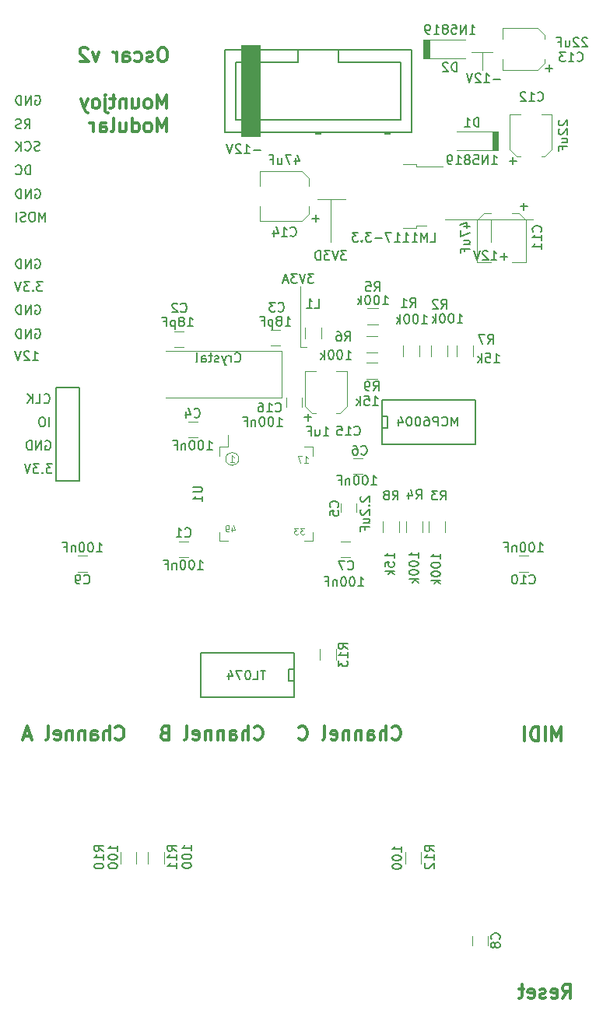
<source format=gbr>
G04 #@! TF.GenerationSoftware,KiCad,Pcbnew,(5.1.4)-1*
G04 #@! TF.CreationDate,2019-09-13T11:08:06+01:00*
G04 #@! TF.ProjectId,oscar,6f736361-722e-46b6-9963-61645f706362,rev?*
G04 #@! TF.SameCoordinates,Original*
G04 #@! TF.FileFunction,Legend,Bot*
G04 #@! TF.FilePolarity,Positive*
%FSLAX46Y46*%
G04 Gerber Fmt 4.6, Leading zero omitted, Abs format (unit mm)*
G04 Created by KiCad (PCBNEW (5.1.4)-1) date 2019-09-13 11:08:06*
%MOMM*%
%LPD*%
G04 APERTURE LIST*
%ADD10C,0.100000*%
%ADD11C,0.120000*%
%ADD12C,0.150000*%
%ADD13C,0.300000*%
%ADD14C,0.200000*%
G04 APERTURE END LIST*
D10*
G36*
X181250000Y-65000000D02*
G01*
X180600000Y-65000000D01*
X180600000Y-63000000D01*
X181250000Y-63000000D01*
X181250000Y-65000000D01*
G37*
X181250000Y-65000000D02*
X180600000Y-65000000D01*
X180600000Y-63000000D01*
X181250000Y-63000000D01*
X181250000Y-65000000D01*
G36*
X173750000Y-55000000D02*
G01*
X173100000Y-55000000D01*
X173100000Y-53000000D01*
X173750000Y-53000000D01*
X173750000Y-55000000D01*
G37*
X173750000Y-55000000D02*
X173100000Y-55000000D01*
X173100000Y-53000000D01*
X173750000Y-53000000D01*
X173750000Y-55000000D01*
D11*
X153007107Y-98592894D02*
G75*
G03X153007107Y-98592894I-707107J0D01*
G01*
D10*
X152300000Y-106050000D02*
X152300000Y-106516666D01*
X152466666Y-105783333D02*
X152633333Y-106283333D01*
X152200000Y-106283333D01*
X151900000Y-106516666D02*
X151766666Y-106516666D01*
X151700000Y-106483333D01*
X151666666Y-106450000D01*
X151600000Y-106350000D01*
X151566666Y-106216666D01*
X151566666Y-105950000D01*
X151600000Y-105883333D01*
X151633333Y-105850000D01*
X151700000Y-105816666D01*
X151833333Y-105816666D01*
X151900000Y-105850000D01*
X151933333Y-105883333D01*
X151966666Y-105950000D01*
X151966666Y-106116666D01*
X151933333Y-106183333D01*
X151900000Y-106216666D01*
X151833333Y-106250000D01*
X151700000Y-106250000D01*
X151633333Y-106216666D01*
X151600000Y-106183333D01*
X151566666Y-106116666D01*
X160166666Y-106116666D02*
X159733333Y-106116666D01*
X159966666Y-106383333D01*
X159866666Y-106383333D01*
X159800000Y-106416666D01*
X159766666Y-106450000D01*
X159733333Y-106516666D01*
X159733333Y-106683333D01*
X159766666Y-106750000D01*
X159800000Y-106783333D01*
X159866666Y-106816666D01*
X160066666Y-106816666D01*
X160133333Y-106783333D01*
X160166666Y-106750000D01*
X159500000Y-106116666D02*
X159066666Y-106116666D01*
X159300000Y-106383333D01*
X159200000Y-106383333D01*
X159133333Y-106416666D01*
X159100000Y-106450000D01*
X159066666Y-106516666D01*
X159066666Y-106683333D01*
X159100000Y-106750000D01*
X159133333Y-106783333D01*
X159200000Y-106816666D01*
X159400000Y-106816666D01*
X159466666Y-106783333D01*
X159500000Y-106750000D01*
X160133333Y-99016666D02*
X160533333Y-99016666D01*
X160333333Y-99016666D02*
X160333333Y-98316666D01*
X160400000Y-98416666D01*
X160466666Y-98483333D01*
X160533333Y-98516666D01*
X159900000Y-98316666D02*
X159433333Y-98316666D01*
X159733333Y-99016666D01*
X152100000Y-98916666D02*
X152500000Y-98916666D01*
X152300000Y-98916666D02*
X152300000Y-98216666D01*
X152366666Y-98316666D01*
X152433333Y-98383333D01*
X152500000Y-98416666D01*
D12*
X131671428Y-79352380D02*
X131052380Y-79352380D01*
X131385714Y-79733333D01*
X131242857Y-79733333D01*
X131147618Y-79780952D01*
X131099999Y-79828571D01*
X131052380Y-79923809D01*
X131052380Y-80161904D01*
X131099999Y-80257142D01*
X131147618Y-80304761D01*
X131242857Y-80352380D01*
X131528571Y-80352380D01*
X131623809Y-80304761D01*
X131671428Y-80257142D01*
X130623809Y-80257142D02*
X130576190Y-80304761D01*
X130623809Y-80352380D01*
X130671428Y-80304761D01*
X130623809Y-80257142D01*
X130623809Y-80352380D01*
X130242857Y-79352380D02*
X129623809Y-79352380D01*
X129957142Y-79733333D01*
X129814285Y-79733333D01*
X129719047Y-79780952D01*
X129671428Y-79828571D01*
X129623809Y-79923809D01*
X129623809Y-80161904D01*
X129671428Y-80257142D01*
X129719047Y-80304761D01*
X129814285Y-80352380D01*
X130099999Y-80352380D01*
X130195238Y-80304761D01*
X130242857Y-80257142D01*
X129338095Y-79352380D02*
X129004761Y-80352380D01*
X128671428Y-79352380D01*
X130338095Y-67652380D02*
X130338095Y-66652380D01*
X130100000Y-66652380D01*
X129957143Y-66700000D01*
X129861905Y-66795238D01*
X129814286Y-66890476D01*
X129766667Y-67080952D01*
X129766667Y-67223809D01*
X129814286Y-67414285D01*
X129861905Y-67509523D01*
X129957143Y-67604761D01*
X130100000Y-67652380D01*
X130338095Y-67652380D01*
X128766667Y-67557142D02*
X128814286Y-67604761D01*
X128957143Y-67652380D01*
X129052381Y-67652380D01*
X129195238Y-67604761D01*
X129290476Y-67509523D01*
X129338095Y-67414285D01*
X129385714Y-67223809D01*
X129385714Y-67080952D01*
X129338095Y-66890476D01*
X129290476Y-66795238D01*
X129195238Y-66700000D01*
X129052381Y-66652380D01*
X128957143Y-66652380D01*
X128814286Y-66700000D01*
X128766667Y-66747619D01*
X130861904Y-84500000D02*
X130957142Y-84452380D01*
X131100000Y-84452380D01*
X131242857Y-84500000D01*
X131338095Y-84595238D01*
X131385714Y-84690476D01*
X131433333Y-84880952D01*
X131433333Y-85023809D01*
X131385714Y-85214285D01*
X131338095Y-85309523D01*
X131242857Y-85404761D01*
X131100000Y-85452380D01*
X131004761Y-85452380D01*
X130861904Y-85404761D01*
X130814285Y-85357142D01*
X130814285Y-85023809D01*
X131004761Y-85023809D01*
X130385714Y-85452380D02*
X130385714Y-84452380D01*
X129814285Y-85452380D01*
X129814285Y-84452380D01*
X129338095Y-85452380D02*
X129338095Y-84452380D01*
X129100000Y-84452380D01*
X128957142Y-84500000D01*
X128861904Y-84595238D01*
X128814285Y-84690476D01*
X128766666Y-84880952D01*
X128766666Y-85023809D01*
X128814285Y-85214285D01*
X128861904Y-85309523D01*
X128957142Y-85404761D01*
X129100000Y-85452380D01*
X129338095Y-85452380D01*
X131338095Y-65004761D02*
X131195238Y-65052380D01*
X130957142Y-65052380D01*
X130861904Y-65004761D01*
X130814285Y-64957142D01*
X130766666Y-64861904D01*
X130766666Y-64766666D01*
X130814285Y-64671428D01*
X130861904Y-64623809D01*
X130957142Y-64576190D01*
X131147619Y-64528571D01*
X131242857Y-64480952D01*
X131290476Y-64433333D01*
X131338095Y-64338095D01*
X131338095Y-64242857D01*
X131290476Y-64147619D01*
X131242857Y-64100000D01*
X131147619Y-64052380D01*
X130909523Y-64052380D01*
X130766666Y-64100000D01*
X129766666Y-64957142D02*
X129814285Y-65004761D01*
X129957142Y-65052380D01*
X130052381Y-65052380D01*
X130195238Y-65004761D01*
X130290476Y-64909523D01*
X130338095Y-64814285D01*
X130385714Y-64623809D01*
X130385714Y-64480952D01*
X130338095Y-64290476D01*
X130290476Y-64195238D01*
X130195238Y-64100000D01*
X130052381Y-64052380D01*
X129957142Y-64052380D01*
X129814285Y-64100000D01*
X129766666Y-64147619D01*
X129338095Y-65052380D02*
X129338095Y-64052380D01*
X128766666Y-65052380D02*
X129195238Y-64480952D01*
X128766666Y-64052380D02*
X129338095Y-64623809D01*
X130861904Y-69300000D02*
X130957142Y-69252380D01*
X131100000Y-69252380D01*
X131242857Y-69300000D01*
X131338095Y-69395238D01*
X131385714Y-69490476D01*
X131433333Y-69680952D01*
X131433333Y-69823809D01*
X131385714Y-70014285D01*
X131338095Y-70109523D01*
X131242857Y-70204761D01*
X131100000Y-70252380D01*
X131004761Y-70252380D01*
X130861904Y-70204761D01*
X130814285Y-70157142D01*
X130814285Y-69823809D01*
X131004761Y-69823809D01*
X130385714Y-70252380D02*
X130385714Y-69252380D01*
X129814285Y-70252380D01*
X129814285Y-69252380D01*
X129338095Y-70252380D02*
X129338095Y-69252380D01*
X129100000Y-69252380D01*
X128957142Y-69300000D01*
X128861904Y-69395238D01*
X128814285Y-69490476D01*
X128766666Y-69680952D01*
X128766666Y-69823809D01*
X128814285Y-70014285D01*
X128861904Y-70109523D01*
X128957142Y-70204761D01*
X129100000Y-70252380D01*
X129338095Y-70252380D01*
X130861904Y-59100000D02*
X130957142Y-59052380D01*
X131100000Y-59052380D01*
X131242857Y-59100000D01*
X131338095Y-59195238D01*
X131385714Y-59290476D01*
X131433333Y-59480952D01*
X131433333Y-59623809D01*
X131385714Y-59814285D01*
X131338095Y-59909523D01*
X131242857Y-60004761D01*
X131100000Y-60052380D01*
X131004761Y-60052380D01*
X130861904Y-60004761D01*
X130814285Y-59957142D01*
X130814285Y-59623809D01*
X131004761Y-59623809D01*
X130385714Y-60052380D02*
X130385714Y-59052380D01*
X129814285Y-60052380D01*
X129814285Y-59052380D01*
X129338095Y-60052380D02*
X129338095Y-59052380D01*
X129100000Y-59052380D01*
X128957142Y-59100000D01*
X128861904Y-59195238D01*
X128814285Y-59290476D01*
X128766666Y-59480952D01*
X128766666Y-59623809D01*
X128814285Y-59814285D01*
X128861904Y-59909523D01*
X128957142Y-60004761D01*
X129100000Y-60052380D01*
X129338095Y-60052380D01*
X130861904Y-81900000D02*
X130957142Y-81852380D01*
X131100000Y-81852380D01*
X131242857Y-81900000D01*
X131338095Y-81995238D01*
X131385714Y-82090476D01*
X131433333Y-82280952D01*
X131433333Y-82423809D01*
X131385714Y-82614285D01*
X131338095Y-82709523D01*
X131242857Y-82804761D01*
X131100000Y-82852380D01*
X131004761Y-82852380D01*
X130861904Y-82804761D01*
X130814285Y-82757142D01*
X130814285Y-82423809D01*
X131004761Y-82423809D01*
X130385714Y-82852380D02*
X130385714Y-81852380D01*
X129814285Y-82852380D01*
X129814285Y-81852380D01*
X129338095Y-82852380D02*
X129338095Y-81852380D01*
X129100000Y-81852380D01*
X128957142Y-81900000D01*
X128861904Y-81995238D01*
X128814285Y-82090476D01*
X128766666Y-82280952D01*
X128766666Y-82423809D01*
X128814285Y-82614285D01*
X128861904Y-82709523D01*
X128957142Y-82804761D01*
X129100000Y-82852380D01*
X129338095Y-82852380D01*
X130576190Y-87852380D02*
X131147619Y-87852380D01*
X130861904Y-87852380D02*
X130861904Y-86852380D01*
X130957143Y-86995238D01*
X131052381Y-87090476D01*
X131147619Y-87138095D01*
X130195238Y-86947619D02*
X130147619Y-86900000D01*
X130052381Y-86852380D01*
X129814285Y-86852380D01*
X129719047Y-86900000D01*
X129671428Y-86947619D01*
X129623809Y-87042857D01*
X129623809Y-87138095D01*
X129671428Y-87280952D01*
X130242857Y-87852380D01*
X129623809Y-87852380D01*
X129338095Y-86852380D02*
X129004762Y-87852380D01*
X128671428Y-86852380D01*
X131957143Y-72752380D02*
X131957143Y-71752380D01*
X131623810Y-72466666D01*
X131290476Y-71752380D01*
X131290476Y-72752380D01*
X130623810Y-71752380D02*
X130433334Y-71752380D01*
X130338095Y-71800000D01*
X130242857Y-71895238D01*
X130195238Y-72085714D01*
X130195238Y-72419047D01*
X130242857Y-72609523D01*
X130338095Y-72704761D01*
X130433334Y-72752380D01*
X130623810Y-72752380D01*
X130719048Y-72704761D01*
X130814286Y-72609523D01*
X130861905Y-72419047D01*
X130861905Y-72085714D01*
X130814286Y-71895238D01*
X130719048Y-71800000D01*
X130623810Y-71752380D01*
X129814286Y-72704761D02*
X129671429Y-72752380D01*
X129433334Y-72752380D01*
X129338095Y-72704761D01*
X129290476Y-72657142D01*
X129242857Y-72561904D01*
X129242857Y-72466666D01*
X129290476Y-72371428D01*
X129338095Y-72323809D01*
X129433334Y-72276190D01*
X129623810Y-72228571D01*
X129719048Y-72180952D01*
X129766667Y-72133333D01*
X129814286Y-72038095D01*
X129814286Y-71942857D01*
X129766667Y-71847619D01*
X129719048Y-71800000D01*
X129623810Y-71752380D01*
X129385715Y-71752380D01*
X129242857Y-71800000D01*
X128814286Y-72752380D02*
X128814286Y-71752380D01*
X130861904Y-76900000D02*
X130957142Y-76852380D01*
X131100000Y-76852380D01*
X131242857Y-76900000D01*
X131338095Y-76995238D01*
X131385714Y-77090476D01*
X131433333Y-77280952D01*
X131433333Y-77423809D01*
X131385714Y-77614285D01*
X131338095Y-77709523D01*
X131242857Y-77804761D01*
X131100000Y-77852380D01*
X131004761Y-77852380D01*
X130861904Y-77804761D01*
X130814285Y-77757142D01*
X130814285Y-77423809D01*
X131004761Y-77423809D01*
X130385714Y-77852380D02*
X130385714Y-76852380D01*
X129814285Y-77852380D01*
X129814285Y-76852380D01*
X129338095Y-77852380D02*
X129338095Y-76852380D01*
X129100000Y-76852380D01*
X128957142Y-76900000D01*
X128861904Y-76995238D01*
X128814285Y-77090476D01*
X128766666Y-77280952D01*
X128766666Y-77423809D01*
X128814285Y-77614285D01*
X128861904Y-77709523D01*
X128957142Y-77804761D01*
X129100000Y-77852380D01*
X129338095Y-77852380D01*
X129719047Y-62652380D02*
X130052381Y-62176190D01*
X130290476Y-62652380D02*
X130290476Y-61652380D01*
X129909523Y-61652380D01*
X129814285Y-61700000D01*
X129766666Y-61747619D01*
X129719047Y-61842857D01*
X129719047Y-61985714D01*
X129766666Y-62080952D01*
X129814285Y-62128571D01*
X129909523Y-62176190D01*
X130290476Y-62176190D01*
X129338095Y-62604761D02*
X129195238Y-62652380D01*
X128957142Y-62652380D01*
X128861904Y-62604761D01*
X128814285Y-62557142D01*
X128766666Y-62461904D01*
X128766666Y-62366666D01*
X128814285Y-62271428D01*
X128861904Y-62223809D01*
X128957142Y-62176190D01*
X129147619Y-62128571D01*
X129242857Y-62080952D01*
X129290476Y-62033333D01*
X129338095Y-61938095D01*
X129338095Y-61842857D01*
X129290476Y-61747619D01*
X129242857Y-61700000D01*
X129147619Y-61652380D01*
X128909523Y-61652380D01*
X128766666Y-61700000D01*
D13*
X144862142Y-53853571D02*
X144576428Y-53853571D01*
X144433571Y-53925000D01*
X144290714Y-54067857D01*
X144219285Y-54353571D01*
X144219285Y-54853571D01*
X144290714Y-55139285D01*
X144433571Y-55282142D01*
X144576428Y-55353571D01*
X144862142Y-55353571D01*
X145005000Y-55282142D01*
X145147857Y-55139285D01*
X145219285Y-54853571D01*
X145219285Y-54353571D01*
X145147857Y-54067857D01*
X145005000Y-53925000D01*
X144862142Y-53853571D01*
X143647857Y-55282142D02*
X143505000Y-55353571D01*
X143219285Y-55353571D01*
X143076428Y-55282142D01*
X143005000Y-55139285D01*
X143005000Y-55067857D01*
X143076428Y-54925000D01*
X143219285Y-54853571D01*
X143433571Y-54853571D01*
X143576428Y-54782142D01*
X143647857Y-54639285D01*
X143647857Y-54567857D01*
X143576428Y-54425000D01*
X143433571Y-54353571D01*
X143219285Y-54353571D01*
X143076428Y-54425000D01*
X141719285Y-55282142D02*
X141862142Y-55353571D01*
X142147857Y-55353571D01*
X142290714Y-55282142D01*
X142362142Y-55210714D01*
X142433571Y-55067857D01*
X142433571Y-54639285D01*
X142362142Y-54496428D01*
X142290714Y-54425000D01*
X142147857Y-54353571D01*
X141862142Y-54353571D01*
X141719285Y-54425000D01*
X140433571Y-55353571D02*
X140433571Y-54567857D01*
X140505000Y-54425000D01*
X140647857Y-54353571D01*
X140933571Y-54353571D01*
X141076428Y-54425000D01*
X140433571Y-55282142D02*
X140576428Y-55353571D01*
X140933571Y-55353571D01*
X141076428Y-55282142D01*
X141147857Y-55139285D01*
X141147857Y-54996428D01*
X141076428Y-54853571D01*
X140933571Y-54782142D01*
X140576428Y-54782142D01*
X140433571Y-54710714D01*
X139719285Y-55353571D02*
X139719285Y-54353571D01*
X139719285Y-54639285D02*
X139647857Y-54496428D01*
X139576428Y-54425000D01*
X139433571Y-54353571D01*
X139290714Y-54353571D01*
X137790714Y-54353571D02*
X137433571Y-55353571D01*
X137076428Y-54353571D01*
X136576428Y-53996428D02*
X136505000Y-53925000D01*
X136362142Y-53853571D01*
X136005000Y-53853571D01*
X135862142Y-53925000D01*
X135790714Y-53996428D01*
X135719285Y-54139285D01*
X135719285Y-54282142D01*
X135790714Y-54496428D01*
X136647857Y-55353571D01*
X135719285Y-55353571D01*
X145147857Y-60453571D02*
X145147857Y-58953571D01*
X144647857Y-60025000D01*
X144147857Y-58953571D01*
X144147857Y-60453571D01*
X143219285Y-60453571D02*
X143362142Y-60382142D01*
X143433571Y-60310714D01*
X143505000Y-60167857D01*
X143505000Y-59739285D01*
X143433571Y-59596428D01*
X143362142Y-59525000D01*
X143219285Y-59453571D01*
X143005000Y-59453571D01*
X142862142Y-59525000D01*
X142790714Y-59596428D01*
X142719285Y-59739285D01*
X142719285Y-60167857D01*
X142790714Y-60310714D01*
X142862142Y-60382142D01*
X143005000Y-60453571D01*
X143219285Y-60453571D01*
X141433571Y-59453571D02*
X141433571Y-60453571D01*
X142076428Y-59453571D02*
X142076428Y-60239285D01*
X142005000Y-60382142D01*
X141862142Y-60453571D01*
X141647857Y-60453571D01*
X141505000Y-60382142D01*
X141433571Y-60310714D01*
X140719285Y-59453571D02*
X140719285Y-60453571D01*
X140719285Y-59596428D02*
X140647857Y-59525000D01*
X140505000Y-59453571D01*
X140290714Y-59453571D01*
X140147857Y-59525000D01*
X140076428Y-59667857D01*
X140076428Y-60453571D01*
X139576428Y-59453571D02*
X139005000Y-59453571D01*
X139362142Y-58953571D02*
X139362142Y-60239285D01*
X139290714Y-60382142D01*
X139147857Y-60453571D01*
X139005000Y-60453571D01*
X138505000Y-59453571D02*
X138505000Y-60739285D01*
X138576428Y-60882142D01*
X138719285Y-60953571D01*
X138790714Y-60953571D01*
X138505000Y-58953571D02*
X138576428Y-59025000D01*
X138505000Y-59096428D01*
X138433571Y-59025000D01*
X138505000Y-58953571D01*
X138505000Y-59096428D01*
X137576428Y-60453571D02*
X137719285Y-60382142D01*
X137790714Y-60310714D01*
X137862142Y-60167857D01*
X137862142Y-59739285D01*
X137790714Y-59596428D01*
X137719285Y-59525000D01*
X137576428Y-59453571D01*
X137362142Y-59453571D01*
X137219285Y-59525000D01*
X137147857Y-59596428D01*
X137076428Y-59739285D01*
X137076428Y-60167857D01*
X137147857Y-60310714D01*
X137219285Y-60382142D01*
X137362142Y-60453571D01*
X137576428Y-60453571D01*
X136576428Y-59453571D02*
X136219285Y-60453571D01*
X135862142Y-59453571D02*
X136219285Y-60453571D01*
X136362142Y-60810714D01*
X136433571Y-60882142D01*
X136576428Y-60953571D01*
X145147857Y-63003571D02*
X145147857Y-61503571D01*
X144647857Y-62575000D01*
X144147857Y-61503571D01*
X144147857Y-63003571D01*
X143219285Y-63003571D02*
X143362142Y-62932142D01*
X143433571Y-62860714D01*
X143505000Y-62717857D01*
X143505000Y-62289285D01*
X143433571Y-62146428D01*
X143362142Y-62075000D01*
X143219285Y-62003571D01*
X143005000Y-62003571D01*
X142862142Y-62075000D01*
X142790714Y-62146428D01*
X142719285Y-62289285D01*
X142719285Y-62717857D01*
X142790714Y-62860714D01*
X142862142Y-62932142D01*
X143005000Y-63003571D01*
X143219285Y-63003571D01*
X141433571Y-63003571D02*
X141433571Y-61503571D01*
X141433571Y-62932142D02*
X141576428Y-63003571D01*
X141862142Y-63003571D01*
X142005000Y-62932142D01*
X142076428Y-62860714D01*
X142147857Y-62717857D01*
X142147857Y-62289285D01*
X142076428Y-62146428D01*
X142005000Y-62075000D01*
X141862142Y-62003571D01*
X141576428Y-62003571D01*
X141433571Y-62075000D01*
X140076428Y-62003571D02*
X140076428Y-63003571D01*
X140719285Y-62003571D02*
X140719285Y-62789285D01*
X140647857Y-62932142D01*
X140505000Y-63003571D01*
X140290714Y-63003571D01*
X140147857Y-62932142D01*
X140076428Y-62860714D01*
X139147857Y-63003571D02*
X139290714Y-62932142D01*
X139362142Y-62789285D01*
X139362142Y-61503571D01*
X137933571Y-63003571D02*
X137933571Y-62217857D01*
X138005000Y-62075000D01*
X138147857Y-62003571D01*
X138433571Y-62003571D01*
X138576428Y-62075000D01*
X137933571Y-62932142D02*
X138076428Y-63003571D01*
X138433571Y-63003571D01*
X138576428Y-62932142D01*
X138647857Y-62789285D01*
X138647857Y-62646428D01*
X138576428Y-62503571D01*
X138433571Y-62432142D01*
X138076428Y-62432142D01*
X137933571Y-62360714D01*
X137219285Y-63003571D02*
X137219285Y-62003571D01*
X137219285Y-62289285D02*
X137147857Y-62146428D01*
X137076428Y-62075000D01*
X136933571Y-62003571D01*
X136790714Y-62003571D01*
D11*
X159700000Y-86400000D02*
X160400000Y-86400000D01*
X159700000Y-79800000D02*
X159700000Y-86400000D01*
D14*
X161166666Y-78452380D02*
X160547619Y-78452380D01*
X160880952Y-78833333D01*
X160738095Y-78833333D01*
X160642857Y-78880952D01*
X160595238Y-78928571D01*
X160547619Y-79023809D01*
X160547619Y-79261904D01*
X160595238Y-79357142D01*
X160642857Y-79404761D01*
X160738095Y-79452380D01*
X161023809Y-79452380D01*
X161119047Y-79404761D01*
X161166666Y-79357142D01*
X160261904Y-78452380D02*
X159928571Y-79452380D01*
X159595238Y-78452380D01*
X159357142Y-78452380D02*
X158738095Y-78452380D01*
X159071428Y-78833333D01*
X158928571Y-78833333D01*
X158833333Y-78880952D01*
X158785714Y-78928571D01*
X158738095Y-79023809D01*
X158738095Y-79261904D01*
X158785714Y-79357142D01*
X158833333Y-79404761D01*
X158928571Y-79452380D01*
X159214285Y-79452380D01*
X159309523Y-79404761D01*
X159357142Y-79357142D01*
X158357142Y-79166666D02*
X157880952Y-79166666D01*
X158452380Y-79452380D02*
X158119047Y-78452380D01*
X157785714Y-79452380D01*
D11*
X180600000Y-54300000D02*
X178300000Y-54300000D01*
X179500000Y-56300000D02*
X179500000Y-54300000D01*
D14*
X181461904Y-57271428D02*
X180700000Y-57271428D01*
X179700000Y-57652380D02*
X180271428Y-57652380D01*
X179985714Y-57652380D02*
X179985714Y-56652380D01*
X180080952Y-56795238D01*
X180176190Y-56890476D01*
X180271428Y-56938095D01*
X179319047Y-56747619D02*
X179271428Y-56700000D01*
X179176190Y-56652380D01*
X178938095Y-56652380D01*
X178842857Y-56700000D01*
X178795238Y-56747619D01*
X178747619Y-56842857D01*
X178747619Y-56938095D01*
X178795238Y-57080952D01*
X179366666Y-57652380D01*
X178747619Y-57652380D01*
X178461904Y-56652380D02*
X178128571Y-57652380D01*
X177795238Y-56652380D01*
D11*
X185000000Y-72500000D02*
X175500000Y-72500000D01*
X180500000Y-72500000D02*
X185000000Y-72500000D01*
X180500000Y-75000000D02*
X180500000Y-72500000D01*
D14*
X182261904Y-76571428D02*
X181500000Y-76571428D01*
X181880952Y-76952380D02*
X181880952Y-76190476D01*
X180500000Y-76952380D02*
X181071428Y-76952380D01*
X180785714Y-76952380D02*
X180785714Y-75952380D01*
X180880952Y-76095238D01*
X180976190Y-76190476D01*
X181071428Y-76238095D01*
X180119047Y-76047619D02*
X180071428Y-76000000D01*
X179976190Y-75952380D01*
X179738095Y-75952380D01*
X179642857Y-76000000D01*
X179595238Y-76047619D01*
X179547619Y-76142857D01*
X179547619Y-76238095D01*
X179595238Y-76380952D01*
X180166666Y-76952380D01*
X179547619Y-76952380D01*
X179261904Y-75952380D02*
X178928571Y-76952380D01*
X178595238Y-75952380D01*
D11*
X164600000Y-70300000D02*
X161600000Y-70300000D01*
X163000000Y-75000000D02*
X163000000Y-70300000D01*
D14*
X164738095Y-75952380D02*
X164119047Y-75952380D01*
X164452380Y-76333333D01*
X164309523Y-76333333D01*
X164214285Y-76380952D01*
X164166666Y-76428571D01*
X164119047Y-76523809D01*
X164119047Y-76761904D01*
X164166666Y-76857142D01*
X164214285Y-76904761D01*
X164309523Y-76952380D01*
X164595238Y-76952380D01*
X164690476Y-76904761D01*
X164738095Y-76857142D01*
X163833333Y-75952380D02*
X163500000Y-76952380D01*
X163166666Y-75952380D01*
X162928571Y-75952380D02*
X162309523Y-75952380D01*
X162642857Y-76333333D01*
X162500000Y-76333333D01*
X162404761Y-76380952D01*
X162357142Y-76428571D01*
X162309523Y-76523809D01*
X162309523Y-76761904D01*
X162357142Y-76857142D01*
X162404761Y-76904761D01*
X162500000Y-76952380D01*
X162785714Y-76952380D01*
X162880952Y-76904761D01*
X162928571Y-76857142D01*
X161880952Y-76952380D02*
X161880952Y-75952380D01*
X161642857Y-75952380D01*
X161500000Y-76000000D01*
X161404761Y-76095238D01*
X161357142Y-76190476D01*
X161309523Y-76380952D01*
X161309523Y-76523809D01*
X161357142Y-76714285D01*
X161404761Y-76809523D01*
X161500000Y-76904761D01*
X161642857Y-76952380D01*
X161880952Y-76952380D01*
D13*
X169707142Y-129035714D02*
X169778571Y-129107142D01*
X169992857Y-129178571D01*
X170135714Y-129178571D01*
X170350000Y-129107142D01*
X170492857Y-128964285D01*
X170564285Y-128821428D01*
X170635714Y-128535714D01*
X170635714Y-128321428D01*
X170564285Y-128035714D01*
X170492857Y-127892857D01*
X170350000Y-127750000D01*
X170135714Y-127678571D01*
X169992857Y-127678571D01*
X169778571Y-127750000D01*
X169707142Y-127821428D01*
X169064285Y-129178571D02*
X169064285Y-127678571D01*
X168421428Y-129178571D02*
X168421428Y-128392857D01*
X168492857Y-128250000D01*
X168635714Y-128178571D01*
X168850000Y-128178571D01*
X168992857Y-128250000D01*
X169064285Y-128321428D01*
X167064285Y-129178571D02*
X167064285Y-128392857D01*
X167135714Y-128250000D01*
X167278571Y-128178571D01*
X167564285Y-128178571D01*
X167707142Y-128250000D01*
X167064285Y-129107142D02*
X167207142Y-129178571D01*
X167564285Y-129178571D01*
X167707142Y-129107142D01*
X167778571Y-128964285D01*
X167778571Y-128821428D01*
X167707142Y-128678571D01*
X167564285Y-128607142D01*
X167207142Y-128607142D01*
X167064285Y-128535714D01*
X166350000Y-128178571D02*
X166350000Y-129178571D01*
X166350000Y-128321428D02*
X166278571Y-128250000D01*
X166135714Y-128178571D01*
X165921428Y-128178571D01*
X165778571Y-128250000D01*
X165707142Y-128392857D01*
X165707142Y-129178571D01*
X164992857Y-128178571D02*
X164992857Y-129178571D01*
X164992857Y-128321428D02*
X164921428Y-128250000D01*
X164778571Y-128178571D01*
X164564285Y-128178571D01*
X164421428Y-128250000D01*
X164350000Y-128392857D01*
X164350000Y-129178571D01*
X163064285Y-129107142D02*
X163207142Y-129178571D01*
X163492857Y-129178571D01*
X163635714Y-129107142D01*
X163707142Y-128964285D01*
X163707142Y-128392857D01*
X163635714Y-128250000D01*
X163492857Y-128178571D01*
X163207142Y-128178571D01*
X163064285Y-128250000D01*
X162992857Y-128392857D01*
X162992857Y-128535714D01*
X163707142Y-128678571D01*
X162135714Y-129178571D02*
X162278571Y-129107142D01*
X162350000Y-128964285D01*
X162350000Y-127678571D01*
X159564285Y-129035714D02*
X159635714Y-129107142D01*
X159850000Y-129178571D01*
X159992857Y-129178571D01*
X160207142Y-129107142D01*
X160350000Y-128964285D01*
X160421428Y-128821428D01*
X160492857Y-128535714D01*
X160492857Y-128321428D01*
X160421428Y-128035714D01*
X160350000Y-127892857D01*
X160207142Y-127750000D01*
X159992857Y-127678571D01*
X159850000Y-127678571D01*
X159635714Y-127750000D01*
X159564285Y-127821428D01*
X188257142Y-157278571D02*
X188757142Y-156564285D01*
X189114285Y-157278571D02*
X189114285Y-155778571D01*
X188542857Y-155778571D01*
X188400000Y-155850000D01*
X188328571Y-155921428D01*
X188257142Y-156064285D01*
X188257142Y-156278571D01*
X188328571Y-156421428D01*
X188400000Y-156492857D01*
X188542857Y-156564285D01*
X189114285Y-156564285D01*
X187042857Y-157207142D02*
X187185714Y-157278571D01*
X187471428Y-157278571D01*
X187614285Y-157207142D01*
X187685714Y-157064285D01*
X187685714Y-156492857D01*
X187614285Y-156350000D01*
X187471428Y-156278571D01*
X187185714Y-156278571D01*
X187042857Y-156350000D01*
X186971428Y-156492857D01*
X186971428Y-156635714D01*
X187685714Y-156778571D01*
X186400000Y-157207142D02*
X186257142Y-157278571D01*
X185971428Y-157278571D01*
X185828571Y-157207142D01*
X185757142Y-157064285D01*
X185757142Y-156992857D01*
X185828571Y-156850000D01*
X185971428Y-156778571D01*
X186185714Y-156778571D01*
X186328571Y-156707142D01*
X186400000Y-156564285D01*
X186400000Y-156492857D01*
X186328571Y-156350000D01*
X186185714Y-156278571D01*
X185971428Y-156278571D01*
X185828571Y-156350000D01*
X184542857Y-157207142D02*
X184685714Y-157278571D01*
X184971428Y-157278571D01*
X185114285Y-157207142D01*
X185185714Y-157064285D01*
X185185714Y-156492857D01*
X185114285Y-156350000D01*
X184971428Y-156278571D01*
X184685714Y-156278571D01*
X184542857Y-156350000D01*
X184471428Y-156492857D01*
X184471428Y-156635714D01*
X185185714Y-156778571D01*
X184042857Y-156278571D02*
X183471428Y-156278571D01*
X183828571Y-155778571D02*
X183828571Y-157064285D01*
X183757142Y-157207142D01*
X183614285Y-157278571D01*
X183471428Y-157278571D01*
X139600000Y-129035714D02*
X139671428Y-129107142D01*
X139885714Y-129178571D01*
X140028571Y-129178571D01*
X140242857Y-129107142D01*
X140385714Y-128964285D01*
X140457142Y-128821428D01*
X140528571Y-128535714D01*
X140528571Y-128321428D01*
X140457142Y-128035714D01*
X140385714Y-127892857D01*
X140242857Y-127750000D01*
X140028571Y-127678571D01*
X139885714Y-127678571D01*
X139671428Y-127750000D01*
X139600000Y-127821428D01*
X138957142Y-129178571D02*
X138957142Y-127678571D01*
X138314285Y-129178571D02*
X138314285Y-128392857D01*
X138385714Y-128250000D01*
X138528571Y-128178571D01*
X138742857Y-128178571D01*
X138885714Y-128250000D01*
X138957142Y-128321428D01*
X136957142Y-129178571D02*
X136957142Y-128392857D01*
X137028571Y-128250000D01*
X137171428Y-128178571D01*
X137457142Y-128178571D01*
X137600000Y-128250000D01*
X136957142Y-129107142D02*
X137100000Y-129178571D01*
X137457142Y-129178571D01*
X137600000Y-129107142D01*
X137671428Y-128964285D01*
X137671428Y-128821428D01*
X137600000Y-128678571D01*
X137457142Y-128607142D01*
X137100000Y-128607142D01*
X136957142Y-128535714D01*
X136242857Y-128178571D02*
X136242857Y-129178571D01*
X136242857Y-128321428D02*
X136171428Y-128250000D01*
X136028571Y-128178571D01*
X135814285Y-128178571D01*
X135671428Y-128250000D01*
X135600000Y-128392857D01*
X135600000Y-129178571D01*
X134885714Y-128178571D02*
X134885714Y-129178571D01*
X134885714Y-128321428D02*
X134814285Y-128250000D01*
X134671428Y-128178571D01*
X134457142Y-128178571D01*
X134314285Y-128250000D01*
X134242857Y-128392857D01*
X134242857Y-129178571D01*
X132957142Y-129107142D02*
X133100000Y-129178571D01*
X133385714Y-129178571D01*
X133528571Y-129107142D01*
X133600000Y-128964285D01*
X133600000Y-128392857D01*
X133528571Y-128250000D01*
X133385714Y-128178571D01*
X133100000Y-128178571D01*
X132957142Y-128250000D01*
X132885714Y-128392857D01*
X132885714Y-128535714D01*
X133600000Y-128678571D01*
X132028571Y-129178571D02*
X132171428Y-129107142D01*
X132242857Y-128964285D01*
X132242857Y-127678571D01*
X130385714Y-128750000D02*
X129671428Y-128750000D01*
X130528571Y-129178571D02*
X130028571Y-127678571D01*
X129528571Y-129178571D01*
X188064285Y-129278571D02*
X188064285Y-127778571D01*
X187564285Y-128850000D01*
X187064285Y-127778571D01*
X187064285Y-129278571D01*
X186350000Y-129278571D02*
X186350000Y-127778571D01*
X185635714Y-129278571D02*
X185635714Y-127778571D01*
X185278571Y-127778571D01*
X185064285Y-127850000D01*
X184921428Y-127992857D01*
X184850000Y-128135714D01*
X184778571Y-128421428D01*
X184778571Y-128635714D01*
X184850000Y-128921428D01*
X184921428Y-129064285D01*
X185064285Y-129207142D01*
X185278571Y-129278571D01*
X185635714Y-129278571D01*
X184135714Y-129278571D02*
X184135714Y-127778571D01*
X154707142Y-129035714D02*
X154778571Y-129107142D01*
X154992857Y-129178571D01*
X155135714Y-129178571D01*
X155350000Y-129107142D01*
X155492857Y-128964285D01*
X155564285Y-128821428D01*
X155635714Y-128535714D01*
X155635714Y-128321428D01*
X155564285Y-128035714D01*
X155492857Y-127892857D01*
X155350000Y-127750000D01*
X155135714Y-127678571D01*
X154992857Y-127678571D01*
X154778571Y-127750000D01*
X154707142Y-127821428D01*
X154064285Y-129178571D02*
X154064285Y-127678571D01*
X153421428Y-129178571D02*
X153421428Y-128392857D01*
X153492857Y-128250000D01*
X153635714Y-128178571D01*
X153850000Y-128178571D01*
X153992857Y-128250000D01*
X154064285Y-128321428D01*
X152064285Y-129178571D02*
X152064285Y-128392857D01*
X152135714Y-128250000D01*
X152278571Y-128178571D01*
X152564285Y-128178571D01*
X152707142Y-128250000D01*
X152064285Y-129107142D02*
X152207142Y-129178571D01*
X152564285Y-129178571D01*
X152707142Y-129107142D01*
X152778571Y-128964285D01*
X152778571Y-128821428D01*
X152707142Y-128678571D01*
X152564285Y-128607142D01*
X152207142Y-128607142D01*
X152064285Y-128535714D01*
X151350000Y-128178571D02*
X151350000Y-129178571D01*
X151350000Y-128321428D02*
X151278571Y-128250000D01*
X151135714Y-128178571D01*
X150921428Y-128178571D01*
X150778571Y-128250000D01*
X150707142Y-128392857D01*
X150707142Y-129178571D01*
X149992857Y-128178571D02*
X149992857Y-129178571D01*
X149992857Y-128321428D02*
X149921428Y-128250000D01*
X149778571Y-128178571D01*
X149564285Y-128178571D01*
X149421428Y-128250000D01*
X149350000Y-128392857D01*
X149350000Y-129178571D01*
X148064285Y-129107142D02*
X148207142Y-129178571D01*
X148492857Y-129178571D01*
X148635714Y-129107142D01*
X148707142Y-128964285D01*
X148707142Y-128392857D01*
X148635714Y-128250000D01*
X148492857Y-128178571D01*
X148207142Y-128178571D01*
X148064285Y-128250000D01*
X147992857Y-128392857D01*
X147992857Y-128535714D01*
X148707142Y-128678571D01*
X147135714Y-129178571D02*
X147278571Y-129107142D01*
X147350000Y-128964285D01*
X147350000Y-127678571D01*
X144921428Y-128392857D02*
X144707142Y-128464285D01*
X144635714Y-128535714D01*
X144564285Y-128678571D01*
X144564285Y-128892857D01*
X144635714Y-129035714D01*
X144707142Y-129107142D01*
X144850000Y-129178571D01*
X145421428Y-129178571D01*
X145421428Y-127678571D01*
X144921428Y-127678571D01*
X144778571Y-127750000D01*
X144707142Y-127821428D01*
X144635714Y-127964285D01*
X144635714Y-128107142D01*
X144707142Y-128250000D01*
X144778571Y-128321428D01*
X144921428Y-128392857D01*
X145421428Y-128392857D01*
D11*
X163580000Y-120500000D02*
X163580000Y-119300000D01*
X161820000Y-119300000D02*
X161820000Y-120500000D01*
D12*
X151530000Y-54100000D02*
X151530000Y-63040000D01*
X151530000Y-63040000D02*
X171830000Y-63040000D01*
X171830000Y-63040000D02*
X171830000Y-54100000D01*
X171830000Y-54100000D02*
X151530000Y-54100000D01*
X159455000Y-54100000D02*
X159455000Y-55400000D01*
X159455000Y-55400000D02*
X152730000Y-55400000D01*
X152730000Y-55400000D02*
X152730000Y-61740000D01*
X152730000Y-61740000D02*
X170630000Y-61740000D01*
X170630000Y-61740000D02*
X170630000Y-55400000D01*
X170630000Y-55400000D02*
X163905000Y-55400000D01*
X163905000Y-55400000D02*
X163905000Y-54100000D01*
X161430000Y-63040000D02*
X161430000Y-63240000D01*
X161430000Y-63240000D02*
X161930000Y-63240000D01*
X161930000Y-63240000D02*
X161930000Y-63040000D01*
X161430000Y-63140000D02*
X161930000Y-63140000D01*
X168910000Y-63040000D02*
X168910000Y-63240000D01*
X168910000Y-63240000D02*
X169410000Y-63240000D01*
X169410000Y-63240000D02*
X169410000Y-63040000D01*
X168910000Y-63140000D02*
X169410000Y-63140000D01*
X153950000Y-63040000D02*
X153950000Y-63240000D01*
X153950000Y-63240000D02*
X154450000Y-63240000D01*
X154450000Y-63240000D02*
X154450000Y-63040000D01*
X153950000Y-63140000D02*
X154450000Y-63140000D01*
D10*
G36*
X153300000Y-63500000D02*
G01*
X155300000Y-63500000D01*
X155300000Y-53600000D01*
X153300000Y-53600000D01*
X153300000Y-63500000D01*
G37*
X153300000Y-63500000D02*
X155300000Y-63500000D01*
X155300000Y-53600000D01*
X153300000Y-53600000D01*
X153300000Y-63500000D01*
D11*
X168100000Y-88120000D02*
X166900000Y-88120000D01*
X166900000Y-89880000D02*
X168100000Y-89880000D01*
X161110000Y-106560000D02*
X161110000Y-107510000D01*
X161110000Y-107510000D02*
X160160000Y-107510000D01*
X161110000Y-98240000D02*
X161110000Y-97290000D01*
X161110000Y-97290000D02*
X160160000Y-97290000D01*
X150890000Y-106560000D02*
X150890000Y-107510000D01*
X150890000Y-107510000D02*
X151840000Y-107510000D01*
X150890000Y-98240000D02*
X150890000Y-97290000D01*
X150890000Y-97290000D02*
X151840000Y-97290000D01*
X151840000Y-97290000D02*
X151840000Y-95950000D01*
X146500000Y-107550000D02*
X147500000Y-107550000D01*
X147500000Y-109250000D02*
X146500000Y-109250000D01*
X146000000Y-84750000D02*
X147000000Y-84750000D01*
X147000000Y-86450000D02*
X146000000Y-86450000D01*
X156500000Y-84550000D02*
X157500000Y-84550000D01*
X157500000Y-86250000D02*
X156500000Y-86250000D01*
X148500000Y-96250000D02*
X147500000Y-96250000D01*
X147500000Y-94550000D02*
X148500000Y-94550000D01*
X164150000Y-104400000D02*
X164150000Y-103400000D01*
X165850000Y-103400000D02*
X165850000Y-104400000D01*
X166500000Y-100250000D02*
X165500000Y-100250000D01*
X165500000Y-98550000D02*
X166500000Y-98550000D01*
X164100000Y-107550000D02*
X165100000Y-107550000D01*
X165100000Y-109250000D02*
X164100000Y-109250000D01*
X180100000Y-150500000D02*
X180100000Y-151500000D01*
X178400000Y-151500000D02*
X178400000Y-150500000D01*
X136500000Y-110850000D02*
X135500000Y-110850000D01*
X135500000Y-109150000D02*
X136500000Y-109150000D01*
X183500000Y-109150000D02*
X184500000Y-109150000D01*
X184500000Y-110850000D02*
X183500000Y-110850000D01*
X184270000Y-77170000D02*
X182720000Y-77170000D01*
X178930000Y-77170000D02*
X180480000Y-77170000D01*
X183510000Y-71830000D02*
X182720000Y-71830000D01*
X179690000Y-71830000D02*
X180480000Y-71830000D01*
X178930000Y-77170000D02*
X178930000Y-72590000D01*
X178930000Y-72590000D02*
X179690000Y-71830000D01*
X183510000Y-71830000D02*
X184270000Y-72590000D01*
X184270000Y-72590000D02*
X184270000Y-77170000D01*
X187090000Y-64920000D02*
X186320000Y-65690000D01*
X187090000Y-64920000D02*
X187090000Y-61110000D01*
X182510000Y-64920000D02*
X183280000Y-65690000D01*
X182510000Y-64920000D02*
X182510000Y-61110000D01*
X186320000Y-65690000D02*
X185920000Y-65690000D01*
X187090000Y-61110000D02*
X185920000Y-61110000D01*
X182510000Y-61110000D02*
X183680000Y-61110000D01*
X183280000Y-65690000D02*
X183680000Y-65690000D01*
X185520000Y-51710000D02*
X186290000Y-52480000D01*
X185520000Y-51710000D02*
X181710000Y-51710000D01*
X185520000Y-56290000D02*
X186290000Y-55520000D01*
X185520000Y-56290000D02*
X181710000Y-56290000D01*
X186290000Y-52480000D02*
X186290000Y-52880000D01*
X181710000Y-51710000D02*
X181710000Y-52880000D01*
X181710000Y-56290000D02*
X181710000Y-55120000D01*
X186290000Y-55520000D02*
X186290000Y-55120000D01*
X159910000Y-72670000D02*
X155330000Y-72670000D01*
X160670000Y-71910000D02*
X159910000Y-72670000D01*
X159910000Y-67330000D02*
X160670000Y-68090000D01*
X155330000Y-67330000D02*
X159910000Y-67330000D01*
X160670000Y-68090000D02*
X160670000Y-68880000D01*
X160670000Y-71910000D02*
X160670000Y-71120000D01*
X155330000Y-67330000D02*
X155330000Y-68880000D01*
X155330000Y-72670000D02*
X155330000Y-71120000D01*
X160980000Y-93590000D02*
X161380000Y-93590000D01*
X160210000Y-89010000D02*
X161380000Y-89010000D01*
X164790000Y-89010000D02*
X163620000Y-89010000D01*
X164020000Y-93590000D02*
X163620000Y-93590000D01*
X160210000Y-92820000D02*
X160210000Y-89010000D01*
X160210000Y-92820000D02*
X160980000Y-93590000D01*
X164790000Y-92820000D02*
X164790000Y-89010000D01*
X164790000Y-92820000D02*
X164020000Y-93590000D01*
X158150000Y-92900000D02*
X158150000Y-91900000D01*
X159850000Y-91900000D02*
X159850000Y-92900000D01*
X180650000Y-63000000D02*
X176750000Y-63000000D01*
X180650000Y-65000000D02*
X176750000Y-65000000D01*
X180650000Y-63000000D02*
X180650000Y-65000000D01*
X173750000Y-55000000D02*
X173750000Y-53000000D01*
X173750000Y-53000000D02*
X177650000Y-53000000D01*
X173750000Y-55000000D02*
X177650000Y-55000000D01*
D12*
X135670000Y-100970000D02*
X133130000Y-100970000D01*
X133130000Y-100970000D02*
X133130000Y-90810000D01*
X133130000Y-90810000D02*
X135670000Y-90810000D01*
X135670000Y-90810000D02*
X135670000Y-100970000D01*
D11*
X161980000Y-85500000D02*
X161980000Y-84300000D01*
X160220000Y-84300000D02*
X160220000Y-85500000D01*
X172680000Y-87450000D02*
X172680000Y-86250000D01*
X170920000Y-86250000D02*
X170920000Y-87450000D01*
X175730000Y-87450000D02*
X175730000Y-86250000D01*
X173970000Y-86250000D02*
X173970000Y-87450000D01*
X173720000Y-105400000D02*
X173720000Y-106600000D01*
X175480000Y-106600000D02*
X175480000Y-105400000D01*
X172980000Y-106600000D02*
X172980000Y-105400000D01*
X171220000Y-105400000D02*
X171220000Y-106600000D01*
X168200000Y-82220000D02*
X167000000Y-82220000D01*
X167000000Y-83980000D02*
X168200000Y-83980000D01*
X168100000Y-85220000D02*
X166900000Y-85220000D01*
X166900000Y-86980000D02*
X168100000Y-86980000D01*
X176720000Y-86250000D02*
X176720000Y-87450000D01*
X178480000Y-87450000D02*
X178480000Y-86250000D01*
X170430000Y-106600000D02*
X170430000Y-105400000D01*
X168670000Y-105400000D02*
X168670000Y-106600000D01*
X141880000Y-142600000D02*
X141880000Y-141400000D01*
X140120000Y-141400000D02*
X140120000Y-142600000D01*
X143120000Y-141400000D02*
X143120000Y-142600000D01*
X144880000Y-142600000D02*
X144880000Y-141400000D01*
X172880000Y-142600000D02*
X172880000Y-141400000D01*
X171120000Y-141400000D02*
X171120000Y-142600000D01*
D12*
X178730000Y-97036000D02*
X178730000Y-92210000D01*
X178730000Y-92210000D02*
X168570000Y-92210000D01*
X168570000Y-92210000D02*
X168570000Y-97036000D01*
X168570000Y-97036000D02*
X178730000Y-97036000D01*
X168570000Y-95258000D02*
X169205000Y-95258000D01*
X169205000Y-95258000D02*
X169205000Y-93988000D01*
X169205000Y-93988000D02*
X168570000Y-93988000D01*
X158445000Y-122762000D02*
X159080000Y-122762000D01*
X158445000Y-121492000D02*
X158445000Y-122762000D01*
X159080000Y-121492000D02*
X158445000Y-121492000D01*
X159080000Y-119714000D02*
X148920000Y-119714000D01*
X159080000Y-124540000D02*
X159080000Y-119714000D01*
X148920000Y-124540000D02*
X159080000Y-124540000D01*
X148920000Y-119714000D02*
X148920000Y-124540000D01*
D11*
X172370000Y-73180000D02*
X173470000Y-73180000D01*
X172370000Y-73450000D02*
X172370000Y-73180000D01*
X170870000Y-73450000D02*
X172370000Y-73450000D01*
X172370000Y-66820000D02*
X175200000Y-66820000D01*
X172370000Y-66550000D02*
X172370000Y-66820000D01*
X170870000Y-66550000D02*
X172370000Y-66550000D01*
X145100000Y-86850000D02*
X157700000Y-86850000D01*
X157700000Y-86850000D02*
X157700000Y-91950000D01*
X157700000Y-91950000D02*
X145100000Y-91950000D01*
D12*
X164852380Y-119257142D02*
X164376190Y-118923809D01*
X164852380Y-118685714D02*
X163852380Y-118685714D01*
X163852380Y-119066666D01*
X163900000Y-119161904D01*
X163947619Y-119209523D01*
X164042857Y-119257142D01*
X164185714Y-119257142D01*
X164280952Y-119209523D01*
X164328571Y-119161904D01*
X164376190Y-119066666D01*
X164376190Y-118685714D01*
X164852380Y-120209523D02*
X164852380Y-119638095D01*
X164852380Y-119923809D02*
X163852380Y-119923809D01*
X163995238Y-119828571D01*
X164090476Y-119733333D01*
X164138095Y-119638095D01*
X163852380Y-120542857D02*
X163852380Y-121161904D01*
X164233333Y-120828571D01*
X164233333Y-120971428D01*
X164280952Y-121066666D01*
X164328571Y-121114285D01*
X164423809Y-121161904D01*
X164661904Y-121161904D01*
X164757142Y-121114285D01*
X164804761Y-121066666D01*
X164852380Y-120971428D01*
X164852380Y-120685714D01*
X164804761Y-120590476D01*
X164757142Y-120542857D01*
X155361904Y-64971428D02*
X154600000Y-64971428D01*
X153600000Y-65352380D02*
X154171428Y-65352380D01*
X153885714Y-65352380D02*
X153885714Y-64352380D01*
X153980952Y-64495238D01*
X154076190Y-64590476D01*
X154171428Y-64638095D01*
X153219047Y-64447619D02*
X153171428Y-64400000D01*
X153076190Y-64352380D01*
X152838095Y-64352380D01*
X152742857Y-64400000D01*
X152695238Y-64447619D01*
X152647619Y-64542857D01*
X152647619Y-64638095D01*
X152695238Y-64780952D01*
X153266666Y-65352380D01*
X152647619Y-65352380D01*
X152361904Y-64352380D02*
X152028571Y-65352380D01*
X151695238Y-64352380D01*
X167666666Y-91152380D02*
X168000000Y-90676190D01*
X168238095Y-91152380D02*
X168238095Y-90152380D01*
X167857142Y-90152380D01*
X167761904Y-90200000D01*
X167714285Y-90247619D01*
X167666666Y-90342857D01*
X167666666Y-90485714D01*
X167714285Y-90580952D01*
X167761904Y-90628571D01*
X167857142Y-90676190D01*
X168238095Y-90676190D01*
X167190476Y-91152380D02*
X167000000Y-91152380D01*
X166904761Y-91104761D01*
X166857142Y-91057142D01*
X166761904Y-90914285D01*
X166714285Y-90723809D01*
X166714285Y-90342857D01*
X166761904Y-90247619D01*
X166809523Y-90200000D01*
X166904761Y-90152380D01*
X167095238Y-90152380D01*
X167190476Y-90200000D01*
X167238095Y-90247619D01*
X167285714Y-90342857D01*
X167285714Y-90580952D01*
X167238095Y-90676190D01*
X167190476Y-90723809D01*
X167095238Y-90771428D01*
X166904761Y-90771428D01*
X166809523Y-90723809D01*
X166761904Y-90676190D01*
X166714285Y-90580952D01*
X167595238Y-92752380D02*
X168166666Y-92752380D01*
X167880952Y-92752380D02*
X167880952Y-91752380D01*
X167976190Y-91895238D01*
X168071428Y-91990476D01*
X168166666Y-92038095D01*
X166690476Y-91752380D02*
X167166666Y-91752380D01*
X167214285Y-92228571D01*
X167166666Y-92180952D01*
X167071428Y-92133333D01*
X166833333Y-92133333D01*
X166738095Y-92180952D01*
X166690476Y-92228571D01*
X166642857Y-92323809D01*
X166642857Y-92561904D01*
X166690476Y-92657142D01*
X166738095Y-92704761D01*
X166833333Y-92752380D01*
X167071428Y-92752380D01*
X167166666Y-92704761D01*
X167214285Y-92657142D01*
X166214285Y-92752380D02*
X166214285Y-91752380D01*
X166119047Y-92371428D02*
X165833333Y-92752380D01*
X165833333Y-92085714D02*
X166214285Y-92466666D01*
X148052380Y-101638095D02*
X148861904Y-101638095D01*
X148957142Y-101685714D01*
X149004761Y-101733333D01*
X149052380Y-101828571D01*
X149052380Y-102019047D01*
X149004761Y-102114285D01*
X148957142Y-102161904D01*
X148861904Y-102209523D01*
X148052380Y-102209523D01*
X149052380Y-103209523D02*
X149052380Y-102638095D01*
X149052380Y-102923809D02*
X148052380Y-102923809D01*
X148195238Y-102828571D01*
X148290476Y-102733333D01*
X148338095Y-102638095D01*
X147166666Y-107007142D02*
X147214285Y-107054761D01*
X147357142Y-107102380D01*
X147452380Y-107102380D01*
X147595238Y-107054761D01*
X147690476Y-106959523D01*
X147738095Y-106864285D01*
X147785714Y-106673809D01*
X147785714Y-106530952D01*
X147738095Y-106340476D01*
X147690476Y-106245238D01*
X147595238Y-106150000D01*
X147452380Y-106102380D01*
X147357142Y-106102380D01*
X147214285Y-106150000D01*
X147166666Y-106197619D01*
X146214285Y-107102380D02*
X146785714Y-107102380D01*
X146500000Y-107102380D02*
X146500000Y-106102380D01*
X146595238Y-106245238D01*
X146690476Y-106340476D01*
X146785714Y-106388095D01*
X148547619Y-110602380D02*
X149119047Y-110602380D01*
X148833333Y-110602380D02*
X148833333Y-109602380D01*
X148928571Y-109745238D01*
X149023809Y-109840476D01*
X149119047Y-109888095D01*
X147928571Y-109602380D02*
X147833333Y-109602380D01*
X147738095Y-109650000D01*
X147690476Y-109697619D01*
X147642857Y-109792857D01*
X147595238Y-109983333D01*
X147595238Y-110221428D01*
X147642857Y-110411904D01*
X147690476Y-110507142D01*
X147738095Y-110554761D01*
X147833333Y-110602380D01*
X147928571Y-110602380D01*
X148023809Y-110554761D01*
X148071428Y-110507142D01*
X148119047Y-110411904D01*
X148166666Y-110221428D01*
X148166666Y-109983333D01*
X148119047Y-109792857D01*
X148071428Y-109697619D01*
X148023809Y-109650000D01*
X147928571Y-109602380D01*
X146976190Y-109602380D02*
X146880952Y-109602380D01*
X146785714Y-109650000D01*
X146738095Y-109697619D01*
X146690476Y-109792857D01*
X146642857Y-109983333D01*
X146642857Y-110221428D01*
X146690476Y-110411904D01*
X146738095Y-110507142D01*
X146785714Y-110554761D01*
X146880952Y-110602380D01*
X146976190Y-110602380D01*
X147071428Y-110554761D01*
X147119047Y-110507142D01*
X147166666Y-110411904D01*
X147214285Y-110221428D01*
X147214285Y-109983333D01*
X147166666Y-109792857D01*
X147119047Y-109697619D01*
X147071428Y-109650000D01*
X146976190Y-109602380D01*
X146214285Y-109935714D02*
X146214285Y-110602380D01*
X146214285Y-110030952D02*
X146166666Y-109983333D01*
X146071428Y-109935714D01*
X145928571Y-109935714D01*
X145833333Y-109983333D01*
X145785714Y-110078571D01*
X145785714Y-110602380D01*
X144976190Y-110078571D02*
X145309523Y-110078571D01*
X145309523Y-110602380D02*
X145309523Y-109602380D01*
X144833333Y-109602380D01*
X146716666Y-82557142D02*
X146764285Y-82604761D01*
X146907142Y-82652380D01*
X147002380Y-82652380D01*
X147145238Y-82604761D01*
X147240476Y-82509523D01*
X147288095Y-82414285D01*
X147335714Y-82223809D01*
X147335714Y-82080952D01*
X147288095Y-81890476D01*
X147240476Y-81795238D01*
X147145238Y-81700000D01*
X147002380Y-81652380D01*
X146907142Y-81652380D01*
X146764285Y-81700000D01*
X146716666Y-81747619D01*
X146335714Y-81747619D02*
X146288095Y-81700000D01*
X146192857Y-81652380D01*
X145954761Y-81652380D01*
X145859523Y-81700000D01*
X145811904Y-81747619D01*
X145764285Y-81842857D01*
X145764285Y-81938095D01*
X145811904Y-82080952D01*
X146383333Y-82652380D01*
X145764285Y-82652380D01*
X147446428Y-84177380D02*
X148017857Y-84177380D01*
X147732142Y-84177380D02*
X147732142Y-83177380D01*
X147827380Y-83320238D01*
X147922619Y-83415476D01*
X148017857Y-83463095D01*
X146875000Y-83605952D02*
X146970238Y-83558333D01*
X147017857Y-83510714D01*
X147065476Y-83415476D01*
X147065476Y-83367857D01*
X147017857Y-83272619D01*
X146970238Y-83225000D01*
X146875000Y-83177380D01*
X146684523Y-83177380D01*
X146589285Y-83225000D01*
X146541666Y-83272619D01*
X146494047Y-83367857D01*
X146494047Y-83415476D01*
X146541666Y-83510714D01*
X146589285Y-83558333D01*
X146684523Y-83605952D01*
X146875000Y-83605952D01*
X146970238Y-83653571D01*
X147017857Y-83701190D01*
X147065476Y-83796428D01*
X147065476Y-83986904D01*
X147017857Y-84082142D01*
X146970238Y-84129761D01*
X146875000Y-84177380D01*
X146684523Y-84177380D01*
X146589285Y-84129761D01*
X146541666Y-84082142D01*
X146494047Y-83986904D01*
X146494047Y-83796428D01*
X146541666Y-83701190D01*
X146589285Y-83653571D01*
X146684523Y-83605952D01*
X146065476Y-83510714D02*
X146065476Y-84510714D01*
X146065476Y-83558333D02*
X145970238Y-83510714D01*
X145779761Y-83510714D01*
X145684523Y-83558333D01*
X145636904Y-83605952D01*
X145589285Y-83701190D01*
X145589285Y-83986904D01*
X145636904Y-84082142D01*
X145684523Y-84129761D01*
X145779761Y-84177380D01*
X145970238Y-84177380D01*
X146065476Y-84129761D01*
X144827380Y-83653571D02*
X145160714Y-83653571D01*
X145160714Y-84177380D02*
X145160714Y-83177380D01*
X144684523Y-83177380D01*
X157316666Y-82482142D02*
X157364285Y-82529761D01*
X157507142Y-82577380D01*
X157602380Y-82577380D01*
X157745238Y-82529761D01*
X157840476Y-82434523D01*
X157888095Y-82339285D01*
X157935714Y-82148809D01*
X157935714Y-82005952D01*
X157888095Y-81815476D01*
X157840476Y-81720238D01*
X157745238Y-81625000D01*
X157602380Y-81577380D01*
X157507142Y-81577380D01*
X157364285Y-81625000D01*
X157316666Y-81672619D01*
X156983333Y-81577380D02*
X156364285Y-81577380D01*
X156697619Y-81958333D01*
X156554761Y-81958333D01*
X156459523Y-82005952D01*
X156411904Y-82053571D01*
X156364285Y-82148809D01*
X156364285Y-82386904D01*
X156411904Y-82482142D01*
X156459523Y-82529761D01*
X156554761Y-82577380D01*
X156840476Y-82577380D01*
X156935714Y-82529761D01*
X156983333Y-82482142D01*
X158071428Y-84102380D02*
X158642857Y-84102380D01*
X158357142Y-84102380D02*
X158357142Y-83102380D01*
X158452380Y-83245238D01*
X158547619Y-83340476D01*
X158642857Y-83388095D01*
X157500000Y-83530952D02*
X157595238Y-83483333D01*
X157642857Y-83435714D01*
X157690476Y-83340476D01*
X157690476Y-83292857D01*
X157642857Y-83197619D01*
X157595238Y-83150000D01*
X157500000Y-83102380D01*
X157309523Y-83102380D01*
X157214285Y-83150000D01*
X157166666Y-83197619D01*
X157119047Y-83292857D01*
X157119047Y-83340476D01*
X157166666Y-83435714D01*
X157214285Y-83483333D01*
X157309523Y-83530952D01*
X157500000Y-83530952D01*
X157595238Y-83578571D01*
X157642857Y-83626190D01*
X157690476Y-83721428D01*
X157690476Y-83911904D01*
X157642857Y-84007142D01*
X157595238Y-84054761D01*
X157500000Y-84102380D01*
X157309523Y-84102380D01*
X157214285Y-84054761D01*
X157166666Y-84007142D01*
X157119047Y-83911904D01*
X157119047Y-83721428D01*
X157166666Y-83626190D01*
X157214285Y-83578571D01*
X157309523Y-83530952D01*
X156690476Y-83435714D02*
X156690476Y-84435714D01*
X156690476Y-83483333D02*
X156595238Y-83435714D01*
X156404761Y-83435714D01*
X156309523Y-83483333D01*
X156261904Y-83530952D01*
X156214285Y-83626190D01*
X156214285Y-83911904D01*
X156261904Y-84007142D01*
X156309523Y-84054761D01*
X156404761Y-84102380D01*
X156595238Y-84102380D01*
X156690476Y-84054761D01*
X155452380Y-83578571D02*
X155785714Y-83578571D01*
X155785714Y-84102380D02*
X155785714Y-83102380D01*
X155309523Y-83102380D01*
X148166666Y-94007142D02*
X148214285Y-94054761D01*
X148357142Y-94102380D01*
X148452380Y-94102380D01*
X148595238Y-94054761D01*
X148690476Y-93959523D01*
X148738095Y-93864285D01*
X148785714Y-93673809D01*
X148785714Y-93530952D01*
X148738095Y-93340476D01*
X148690476Y-93245238D01*
X148595238Y-93150000D01*
X148452380Y-93102380D01*
X148357142Y-93102380D01*
X148214285Y-93150000D01*
X148166666Y-93197619D01*
X147309523Y-93435714D02*
X147309523Y-94102380D01*
X147547619Y-93054761D02*
X147785714Y-93769047D01*
X147166666Y-93769047D01*
X149547619Y-97602380D02*
X150119047Y-97602380D01*
X149833333Y-97602380D02*
X149833333Y-96602380D01*
X149928571Y-96745238D01*
X150023809Y-96840476D01*
X150119047Y-96888095D01*
X148928571Y-96602380D02*
X148833333Y-96602380D01*
X148738095Y-96650000D01*
X148690476Y-96697619D01*
X148642857Y-96792857D01*
X148595238Y-96983333D01*
X148595238Y-97221428D01*
X148642857Y-97411904D01*
X148690476Y-97507142D01*
X148738095Y-97554761D01*
X148833333Y-97602380D01*
X148928571Y-97602380D01*
X149023809Y-97554761D01*
X149071428Y-97507142D01*
X149119047Y-97411904D01*
X149166666Y-97221428D01*
X149166666Y-96983333D01*
X149119047Y-96792857D01*
X149071428Y-96697619D01*
X149023809Y-96650000D01*
X148928571Y-96602380D01*
X147976190Y-96602380D02*
X147880952Y-96602380D01*
X147785714Y-96650000D01*
X147738095Y-96697619D01*
X147690476Y-96792857D01*
X147642857Y-96983333D01*
X147642857Y-97221428D01*
X147690476Y-97411904D01*
X147738095Y-97507142D01*
X147785714Y-97554761D01*
X147880952Y-97602380D01*
X147976190Y-97602380D01*
X148071428Y-97554761D01*
X148119047Y-97507142D01*
X148166666Y-97411904D01*
X148214285Y-97221428D01*
X148214285Y-96983333D01*
X148166666Y-96792857D01*
X148119047Y-96697619D01*
X148071428Y-96650000D01*
X147976190Y-96602380D01*
X147214285Y-96935714D02*
X147214285Y-97602380D01*
X147214285Y-97030952D02*
X147166666Y-96983333D01*
X147071428Y-96935714D01*
X146928571Y-96935714D01*
X146833333Y-96983333D01*
X146785714Y-97078571D01*
X146785714Y-97602380D01*
X145976190Y-97078571D02*
X146309523Y-97078571D01*
X146309523Y-97602380D02*
X146309523Y-96602380D01*
X145833333Y-96602380D01*
X163807142Y-103833333D02*
X163854761Y-103785714D01*
X163902380Y-103642857D01*
X163902380Y-103547619D01*
X163854761Y-103404761D01*
X163759523Y-103309523D01*
X163664285Y-103261904D01*
X163473809Y-103214285D01*
X163330952Y-103214285D01*
X163140476Y-103261904D01*
X163045238Y-103309523D01*
X162950000Y-103404761D01*
X162902380Y-103547619D01*
X162902380Y-103642857D01*
X162950000Y-103785714D01*
X162997619Y-103833333D01*
X162902380Y-104738095D02*
X162902380Y-104261904D01*
X163378571Y-104214285D01*
X163330952Y-104261904D01*
X163283333Y-104357142D01*
X163283333Y-104595238D01*
X163330952Y-104690476D01*
X163378571Y-104738095D01*
X163473809Y-104785714D01*
X163711904Y-104785714D01*
X163807142Y-104738095D01*
X163854761Y-104690476D01*
X163902380Y-104595238D01*
X163902380Y-104357142D01*
X163854761Y-104261904D01*
X163807142Y-104214285D01*
X166347619Y-102669047D02*
X166300000Y-102716666D01*
X166252380Y-102811904D01*
X166252380Y-103050000D01*
X166300000Y-103145238D01*
X166347619Y-103192857D01*
X166442857Y-103240476D01*
X166538095Y-103240476D01*
X166680952Y-103192857D01*
X167252380Y-102621428D01*
X167252380Y-103240476D01*
X167157142Y-103669047D02*
X167204761Y-103716666D01*
X167252380Y-103669047D01*
X167204761Y-103621428D01*
X167157142Y-103669047D01*
X167252380Y-103669047D01*
X166347619Y-104097619D02*
X166300000Y-104145238D01*
X166252380Y-104240476D01*
X166252380Y-104478571D01*
X166300000Y-104573809D01*
X166347619Y-104621428D01*
X166442857Y-104669047D01*
X166538095Y-104669047D01*
X166680952Y-104621428D01*
X167252380Y-104050000D01*
X167252380Y-104669047D01*
X166585714Y-105526190D02*
X167252380Y-105526190D01*
X166585714Y-105097619D02*
X167109523Y-105097619D01*
X167204761Y-105145238D01*
X167252380Y-105240476D01*
X167252380Y-105383333D01*
X167204761Y-105478571D01*
X167157142Y-105526190D01*
X166728571Y-106335714D02*
X166728571Y-106002380D01*
X167252380Y-106002380D02*
X166252380Y-106002380D01*
X166252380Y-106478571D01*
X166341666Y-98057142D02*
X166389285Y-98104761D01*
X166532142Y-98152380D01*
X166627380Y-98152380D01*
X166770238Y-98104761D01*
X166865476Y-98009523D01*
X166913095Y-97914285D01*
X166960714Y-97723809D01*
X166960714Y-97580952D01*
X166913095Y-97390476D01*
X166865476Y-97295238D01*
X166770238Y-97200000D01*
X166627380Y-97152380D01*
X166532142Y-97152380D01*
X166389285Y-97200000D01*
X166341666Y-97247619D01*
X165484523Y-97152380D02*
X165675000Y-97152380D01*
X165770238Y-97200000D01*
X165817857Y-97247619D01*
X165913095Y-97390476D01*
X165960714Y-97580952D01*
X165960714Y-97961904D01*
X165913095Y-98057142D01*
X165865476Y-98104761D01*
X165770238Y-98152380D01*
X165579761Y-98152380D01*
X165484523Y-98104761D01*
X165436904Y-98057142D01*
X165389285Y-97961904D01*
X165389285Y-97723809D01*
X165436904Y-97628571D01*
X165484523Y-97580952D01*
X165579761Y-97533333D01*
X165770238Y-97533333D01*
X165865476Y-97580952D01*
X165913095Y-97628571D01*
X165960714Y-97723809D01*
X167422619Y-101402380D02*
X167994047Y-101402380D01*
X167708333Y-101402380D02*
X167708333Y-100402380D01*
X167803571Y-100545238D01*
X167898809Y-100640476D01*
X167994047Y-100688095D01*
X166803571Y-100402380D02*
X166708333Y-100402380D01*
X166613095Y-100450000D01*
X166565476Y-100497619D01*
X166517857Y-100592857D01*
X166470238Y-100783333D01*
X166470238Y-101021428D01*
X166517857Y-101211904D01*
X166565476Y-101307142D01*
X166613095Y-101354761D01*
X166708333Y-101402380D01*
X166803571Y-101402380D01*
X166898809Y-101354761D01*
X166946428Y-101307142D01*
X166994047Y-101211904D01*
X167041666Y-101021428D01*
X167041666Y-100783333D01*
X166994047Y-100592857D01*
X166946428Y-100497619D01*
X166898809Y-100450000D01*
X166803571Y-100402380D01*
X165851190Y-100402380D02*
X165755952Y-100402380D01*
X165660714Y-100450000D01*
X165613095Y-100497619D01*
X165565476Y-100592857D01*
X165517857Y-100783333D01*
X165517857Y-101021428D01*
X165565476Y-101211904D01*
X165613095Y-101307142D01*
X165660714Y-101354761D01*
X165755952Y-101402380D01*
X165851190Y-101402380D01*
X165946428Y-101354761D01*
X165994047Y-101307142D01*
X166041666Y-101211904D01*
X166089285Y-101021428D01*
X166089285Y-100783333D01*
X166041666Y-100592857D01*
X165994047Y-100497619D01*
X165946428Y-100450000D01*
X165851190Y-100402380D01*
X165089285Y-100735714D02*
X165089285Y-101402380D01*
X165089285Y-100830952D02*
X165041666Y-100783333D01*
X164946428Y-100735714D01*
X164803571Y-100735714D01*
X164708333Y-100783333D01*
X164660714Y-100878571D01*
X164660714Y-101402380D01*
X163851190Y-100878571D02*
X164184523Y-100878571D01*
X164184523Y-101402380D02*
X164184523Y-100402380D01*
X163708333Y-100402380D01*
X164891666Y-110582142D02*
X164939285Y-110629761D01*
X165082142Y-110677380D01*
X165177380Y-110677380D01*
X165320238Y-110629761D01*
X165415476Y-110534523D01*
X165463095Y-110439285D01*
X165510714Y-110248809D01*
X165510714Y-110105952D01*
X165463095Y-109915476D01*
X165415476Y-109820238D01*
X165320238Y-109725000D01*
X165177380Y-109677380D01*
X165082142Y-109677380D01*
X164939285Y-109725000D01*
X164891666Y-109772619D01*
X164558333Y-109677380D02*
X163891666Y-109677380D01*
X164320238Y-110677380D01*
X166022619Y-112427380D02*
X166594047Y-112427380D01*
X166308333Y-112427380D02*
X166308333Y-111427380D01*
X166403571Y-111570238D01*
X166498809Y-111665476D01*
X166594047Y-111713095D01*
X165403571Y-111427380D02*
X165308333Y-111427380D01*
X165213095Y-111475000D01*
X165165476Y-111522619D01*
X165117857Y-111617857D01*
X165070238Y-111808333D01*
X165070238Y-112046428D01*
X165117857Y-112236904D01*
X165165476Y-112332142D01*
X165213095Y-112379761D01*
X165308333Y-112427380D01*
X165403571Y-112427380D01*
X165498809Y-112379761D01*
X165546428Y-112332142D01*
X165594047Y-112236904D01*
X165641666Y-112046428D01*
X165641666Y-111808333D01*
X165594047Y-111617857D01*
X165546428Y-111522619D01*
X165498809Y-111475000D01*
X165403571Y-111427380D01*
X164451190Y-111427380D02*
X164355952Y-111427380D01*
X164260714Y-111475000D01*
X164213095Y-111522619D01*
X164165476Y-111617857D01*
X164117857Y-111808333D01*
X164117857Y-112046428D01*
X164165476Y-112236904D01*
X164213095Y-112332142D01*
X164260714Y-112379761D01*
X164355952Y-112427380D01*
X164451190Y-112427380D01*
X164546428Y-112379761D01*
X164594047Y-112332142D01*
X164641666Y-112236904D01*
X164689285Y-112046428D01*
X164689285Y-111808333D01*
X164641666Y-111617857D01*
X164594047Y-111522619D01*
X164546428Y-111475000D01*
X164451190Y-111427380D01*
X163689285Y-111760714D02*
X163689285Y-112427380D01*
X163689285Y-111855952D02*
X163641666Y-111808333D01*
X163546428Y-111760714D01*
X163403571Y-111760714D01*
X163308333Y-111808333D01*
X163260714Y-111903571D01*
X163260714Y-112427380D01*
X162451190Y-111903571D02*
X162784523Y-111903571D01*
X162784523Y-112427380D02*
X162784523Y-111427380D01*
X162308333Y-111427380D01*
X181357142Y-150833333D02*
X181404761Y-150785714D01*
X181452380Y-150642857D01*
X181452380Y-150547619D01*
X181404761Y-150404761D01*
X181309523Y-150309523D01*
X181214285Y-150261904D01*
X181023809Y-150214285D01*
X180880952Y-150214285D01*
X180690476Y-150261904D01*
X180595238Y-150309523D01*
X180500000Y-150404761D01*
X180452380Y-150547619D01*
X180452380Y-150642857D01*
X180500000Y-150785714D01*
X180547619Y-150833333D01*
X180880952Y-151404761D02*
X180833333Y-151309523D01*
X180785714Y-151261904D01*
X180690476Y-151214285D01*
X180642857Y-151214285D01*
X180547619Y-151261904D01*
X180500000Y-151309523D01*
X180452380Y-151404761D01*
X180452380Y-151595238D01*
X180500000Y-151690476D01*
X180547619Y-151738095D01*
X180642857Y-151785714D01*
X180690476Y-151785714D01*
X180785714Y-151738095D01*
X180833333Y-151690476D01*
X180880952Y-151595238D01*
X180880952Y-151404761D01*
X180928571Y-151309523D01*
X180976190Y-151261904D01*
X181071428Y-151214285D01*
X181261904Y-151214285D01*
X181357142Y-151261904D01*
X181404761Y-151309523D01*
X181452380Y-151404761D01*
X181452380Y-151595238D01*
X181404761Y-151690476D01*
X181357142Y-151738095D01*
X181261904Y-151785714D01*
X181071428Y-151785714D01*
X180976190Y-151738095D01*
X180928571Y-151690476D01*
X180880952Y-151595238D01*
X136166666Y-112107142D02*
X136214285Y-112154761D01*
X136357142Y-112202380D01*
X136452380Y-112202380D01*
X136595238Y-112154761D01*
X136690476Y-112059523D01*
X136738095Y-111964285D01*
X136785714Y-111773809D01*
X136785714Y-111630952D01*
X136738095Y-111440476D01*
X136690476Y-111345238D01*
X136595238Y-111250000D01*
X136452380Y-111202380D01*
X136357142Y-111202380D01*
X136214285Y-111250000D01*
X136166666Y-111297619D01*
X135690476Y-112202380D02*
X135500000Y-112202380D01*
X135404761Y-112154761D01*
X135357142Y-112107142D01*
X135261904Y-111964285D01*
X135214285Y-111773809D01*
X135214285Y-111392857D01*
X135261904Y-111297619D01*
X135309523Y-111250000D01*
X135404761Y-111202380D01*
X135595238Y-111202380D01*
X135690476Y-111250000D01*
X135738095Y-111297619D01*
X135785714Y-111392857D01*
X135785714Y-111630952D01*
X135738095Y-111726190D01*
X135690476Y-111773809D01*
X135595238Y-111821428D01*
X135404761Y-111821428D01*
X135309523Y-111773809D01*
X135261904Y-111726190D01*
X135214285Y-111630952D01*
X137547619Y-108702380D02*
X138119047Y-108702380D01*
X137833333Y-108702380D02*
X137833333Y-107702380D01*
X137928571Y-107845238D01*
X138023809Y-107940476D01*
X138119047Y-107988095D01*
X136928571Y-107702380D02*
X136833333Y-107702380D01*
X136738095Y-107750000D01*
X136690476Y-107797619D01*
X136642857Y-107892857D01*
X136595238Y-108083333D01*
X136595238Y-108321428D01*
X136642857Y-108511904D01*
X136690476Y-108607142D01*
X136738095Y-108654761D01*
X136833333Y-108702380D01*
X136928571Y-108702380D01*
X137023809Y-108654761D01*
X137071428Y-108607142D01*
X137119047Y-108511904D01*
X137166666Y-108321428D01*
X137166666Y-108083333D01*
X137119047Y-107892857D01*
X137071428Y-107797619D01*
X137023809Y-107750000D01*
X136928571Y-107702380D01*
X135976190Y-107702380D02*
X135880952Y-107702380D01*
X135785714Y-107750000D01*
X135738095Y-107797619D01*
X135690476Y-107892857D01*
X135642857Y-108083333D01*
X135642857Y-108321428D01*
X135690476Y-108511904D01*
X135738095Y-108607142D01*
X135785714Y-108654761D01*
X135880952Y-108702380D01*
X135976190Y-108702380D01*
X136071428Y-108654761D01*
X136119047Y-108607142D01*
X136166666Y-108511904D01*
X136214285Y-108321428D01*
X136214285Y-108083333D01*
X136166666Y-107892857D01*
X136119047Y-107797619D01*
X136071428Y-107750000D01*
X135976190Y-107702380D01*
X135214285Y-108035714D02*
X135214285Y-108702380D01*
X135214285Y-108130952D02*
X135166666Y-108083333D01*
X135071428Y-108035714D01*
X134928571Y-108035714D01*
X134833333Y-108083333D01*
X134785714Y-108178571D01*
X134785714Y-108702380D01*
X133976190Y-108178571D02*
X134309523Y-108178571D01*
X134309523Y-108702380D02*
X134309523Y-107702380D01*
X133833333Y-107702380D01*
X184642857Y-112107142D02*
X184690476Y-112154761D01*
X184833333Y-112202380D01*
X184928571Y-112202380D01*
X185071428Y-112154761D01*
X185166666Y-112059523D01*
X185214285Y-111964285D01*
X185261904Y-111773809D01*
X185261904Y-111630952D01*
X185214285Y-111440476D01*
X185166666Y-111345238D01*
X185071428Y-111250000D01*
X184928571Y-111202380D01*
X184833333Y-111202380D01*
X184690476Y-111250000D01*
X184642857Y-111297619D01*
X183690476Y-112202380D02*
X184261904Y-112202380D01*
X183976190Y-112202380D02*
X183976190Y-111202380D01*
X184071428Y-111345238D01*
X184166666Y-111440476D01*
X184261904Y-111488095D01*
X183071428Y-111202380D02*
X182976190Y-111202380D01*
X182880952Y-111250000D01*
X182833333Y-111297619D01*
X182785714Y-111392857D01*
X182738095Y-111583333D01*
X182738095Y-111821428D01*
X182785714Y-112011904D01*
X182833333Y-112107142D01*
X182880952Y-112154761D01*
X182976190Y-112202380D01*
X183071428Y-112202380D01*
X183166666Y-112154761D01*
X183214285Y-112107142D01*
X183261904Y-112011904D01*
X183309523Y-111821428D01*
X183309523Y-111583333D01*
X183261904Y-111392857D01*
X183214285Y-111297619D01*
X183166666Y-111250000D01*
X183071428Y-111202380D01*
X185547619Y-108702380D02*
X186119047Y-108702380D01*
X185833333Y-108702380D02*
X185833333Y-107702380D01*
X185928571Y-107845238D01*
X186023809Y-107940476D01*
X186119047Y-107988095D01*
X184928571Y-107702380D02*
X184833333Y-107702380D01*
X184738095Y-107750000D01*
X184690476Y-107797619D01*
X184642857Y-107892857D01*
X184595238Y-108083333D01*
X184595238Y-108321428D01*
X184642857Y-108511904D01*
X184690476Y-108607142D01*
X184738095Y-108654761D01*
X184833333Y-108702380D01*
X184928571Y-108702380D01*
X185023809Y-108654761D01*
X185071428Y-108607142D01*
X185119047Y-108511904D01*
X185166666Y-108321428D01*
X185166666Y-108083333D01*
X185119047Y-107892857D01*
X185071428Y-107797619D01*
X185023809Y-107750000D01*
X184928571Y-107702380D01*
X183976190Y-107702380D02*
X183880952Y-107702380D01*
X183785714Y-107750000D01*
X183738095Y-107797619D01*
X183690476Y-107892857D01*
X183642857Y-108083333D01*
X183642857Y-108321428D01*
X183690476Y-108511904D01*
X183738095Y-108607142D01*
X183785714Y-108654761D01*
X183880952Y-108702380D01*
X183976190Y-108702380D01*
X184071428Y-108654761D01*
X184119047Y-108607142D01*
X184166666Y-108511904D01*
X184214285Y-108321428D01*
X184214285Y-108083333D01*
X184166666Y-107892857D01*
X184119047Y-107797619D01*
X184071428Y-107750000D01*
X183976190Y-107702380D01*
X183214285Y-108035714D02*
X183214285Y-108702380D01*
X183214285Y-108130952D02*
X183166666Y-108083333D01*
X183071428Y-108035714D01*
X182928571Y-108035714D01*
X182833333Y-108083333D01*
X182785714Y-108178571D01*
X182785714Y-108702380D01*
X181976190Y-108178571D02*
X182309523Y-108178571D01*
X182309523Y-108702380D02*
X182309523Y-107702380D01*
X181833333Y-107702380D01*
X185877142Y-73857142D02*
X185924761Y-73809523D01*
X185972380Y-73666666D01*
X185972380Y-73571428D01*
X185924761Y-73428571D01*
X185829523Y-73333333D01*
X185734285Y-73285714D01*
X185543809Y-73238095D01*
X185400952Y-73238095D01*
X185210476Y-73285714D01*
X185115238Y-73333333D01*
X185020000Y-73428571D01*
X184972380Y-73571428D01*
X184972380Y-73666666D01*
X185020000Y-73809523D01*
X185067619Y-73857142D01*
X185972380Y-74809523D02*
X185972380Y-74238095D01*
X185972380Y-74523809D02*
X184972380Y-74523809D01*
X185115238Y-74428571D01*
X185210476Y-74333333D01*
X185258095Y-74238095D01*
X185972380Y-75761904D02*
X185972380Y-75190476D01*
X185972380Y-75476190D02*
X184972380Y-75476190D01*
X185115238Y-75380952D01*
X185210476Y-75285714D01*
X185258095Y-75190476D01*
X177465714Y-73333333D02*
X178132380Y-73333333D01*
X177084761Y-73095238D02*
X177799047Y-72857142D01*
X177799047Y-73476190D01*
X177132380Y-73761904D02*
X177132380Y-74428571D01*
X178132380Y-74000000D01*
X177465714Y-75238095D02*
X178132380Y-75238095D01*
X177465714Y-74809523D02*
X177989523Y-74809523D01*
X178084761Y-74857142D01*
X178132380Y-74952380D01*
X178132380Y-75095238D01*
X178084761Y-75190476D01*
X178037142Y-75238095D01*
X177608571Y-76047619D02*
X177608571Y-75714285D01*
X178132380Y-75714285D02*
X177132380Y-75714285D01*
X177132380Y-76190476D01*
X184021428Y-70739047D02*
X184021428Y-71500952D01*
X184402380Y-71120000D02*
X183640476Y-71120000D01*
X185542857Y-59557142D02*
X185590476Y-59604761D01*
X185733333Y-59652380D01*
X185828571Y-59652380D01*
X185971428Y-59604761D01*
X186066666Y-59509523D01*
X186114285Y-59414285D01*
X186161904Y-59223809D01*
X186161904Y-59080952D01*
X186114285Y-58890476D01*
X186066666Y-58795238D01*
X185971428Y-58700000D01*
X185828571Y-58652380D01*
X185733333Y-58652380D01*
X185590476Y-58700000D01*
X185542857Y-58747619D01*
X184590476Y-59652380D02*
X185161904Y-59652380D01*
X184876190Y-59652380D02*
X184876190Y-58652380D01*
X184971428Y-58795238D01*
X185066666Y-58890476D01*
X185161904Y-58938095D01*
X184209523Y-58747619D02*
X184161904Y-58700000D01*
X184066666Y-58652380D01*
X183828571Y-58652380D01*
X183733333Y-58700000D01*
X183685714Y-58747619D01*
X183638095Y-58842857D01*
X183638095Y-58938095D01*
X183685714Y-59080952D01*
X184257142Y-59652380D01*
X183638095Y-59652380D01*
X187887619Y-61757142D02*
X187840000Y-61804761D01*
X187792380Y-61900000D01*
X187792380Y-62138095D01*
X187840000Y-62233333D01*
X187887619Y-62280952D01*
X187982857Y-62328571D01*
X188078095Y-62328571D01*
X188220952Y-62280952D01*
X188792380Y-61709523D01*
X188792380Y-62328571D01*
X187887619Y-62709523D02*
X187840000Y-62757142D01*
X187792380Y-62852380D01*
X187792380Y-63090476D01*
X187840000Y-63185714D01*
X187887619Y-63233333D01*
X187982857Y-63280952D01*
X188078095Y-63280952D01*
X188220952Y-63233333D01*
X188792380Y-62661904D01*
X188792380Y-63280952D01*
X188125714Y-64138095D02*
X188792380Y-64138095D01*
X188125714Y-63709523D02*
X188649523Y-63709523D01*
X188744761Y-63757142D01*
X188792380Y-63852380D01*
X188792380Y-63995238D01*
X188744761Y-64090476D01*
X188697142Y-64138095D01*
X188268571Y-64947619D02*
X188268571Y-64614285D01*
X188792380Y-64614285D02*
X187792380Y-64614285D01*
X187792380Y-65090476D01*
X182861428Y-65799047D02*
X182861428Y-66560952D01*
X183242380Y-66180000D02*
X182480476Y-66180000D01*
X189842857Y-55257142D02*
X189890476Y-55304761D01*
X190033333Y-55352380D01*
X190128571Y-55352380D01*
X190271428Y-55304761D01*
X190366666Y-55209523D01*
X190414285Y-55114285D01*
X190461904Y-54923809D01*
X190461904Y-54780952D01*
X190414285Y-54590476D01*
X190366666Y-54495238D01*
X190271428Y-54400000D01*
X190128571Y-54352380D01*
X190033333Y-54352380D01*
X189890476Y-54400000D01*
X189842857Y-54447619D01*
X188890476Y-55352380D02*
X189461904Y-55352380D01*
X189176190Y-55352380D02*
X189176190Y-54352380D01*
X189271428Y-54495238D01*
X189366666Y-54590476D01*
X189461904Y-54638095D01*
X188557142Y-54352380D02*
X187938095Y-54352380D01*
X188271428Y-54733333D01*
X188128571Y-54733333D01*
X188033333Y-54780952D01*
X187985714Y-54828571D01*
X187938095Y-54923809D01*
X187938095Y-55161904D01*
X187985714Y-55257142D01*
X188033333Y-55304761D01*
X188128571Y-55352380D01*
X188414285Y-55352380D01*
X188509523Y-55304761D01*
X188557142Y-55257142D01*
X190942857Y-52847619D02*
X190895238Y-52800000D01*
X190800000Y-52752380D01*
X190561904Y-52752380D01*
X190466666Y-52800000D01*
X190419047Y-52847619D01*
X190371428Y-52942857D01*
X190371428Y-53038095D01*
X190419047Y-53180952D01*
X190990476Y-53752380D01*
X190371428Y-53752380D01*
X189990476Y-52847619D02*
X189942857Y-52800000D01*
X189847619Y-52752380D01*
X189609523Y-52752380D01*
X189514285Y-52800000D01*
X189466666Y-52847619D01*
X189419047Y-52942857D01*
X189419047Y-53038095D01*
X189466666Y-53180952D01*
X190038095Y-53752380D01*
X189419047Y-53752380D01*
X188561904Y-53085714D02*
X188561904Y-53752380D01*
X188990476Y-53085714D02*
X188990476Y-53609523D01*
X188942857Y-53704761D01*
X188847619Y-53752380D01*
X188704761Y-53752380D01*
X188609523Y-53704761D01*
X188561904Y-53657142D01*
X187752380Y-53228571D02*
X188085714Y-53228571D01*
X188085714Y-53752380D02*
X188085714Y-52752380D01*
X187609523Y-52752380D01*
X187160952Y-56081428D02*
X186399047Y-56081428D01*
X186780000Y-56462380D02*
X186780000Y-55700476D01*
X158642857Y-74277142D02*
X158690476Y-74324761D01*
X158833333Y-74372380D01*
X158928571Y-74372380D01*
X159071428Y-74324761D01*
X159166666Y-74229523D01*
X159214285Y-74134285D01*
X159261904Y-73943809D01*
X159261904Y-73800952D01*
X159214285Y-73610476D01*
X159166666Y-73515238D01*
X159071428Y-73420000D01*
X158928571Y-73372380D01*
X158833333Y-73372380D01*
X158690476Y-73420000D01*
X158642857Y-73467619D01*
X157690476Y-74372380D02*
X158261904Y-74372380D01*
X157976190Y-74372380D02*
X157976190Y-73372380D01*
X158071428Y-73515238D01*
X158166666Y-73610476D01*
X158261904Y-73658095D01*
X156833333Y-73705714D02*
X156833333Y-74372380D01*
X157071428Y-73324761D02*
X157309523Y-74039047D01*
X156690476Y-74039047D01*
X159166666Y-65865714D02*
X159166666Y-66532380D01*
X159404761Y-65484761D02*
X159642857Y-66199047D01*
X159023809Y-66199047D01*
X158738095Y-65532380D02*
X158071428Y-65532380D01*
X158500000Y-66532380D01*
X157261904Y-65865714D02*
X157261904Y-66532380D01*
X157690476Y-65865714D02*
X157690476Y-66389523D01*
X157642857Y-66484761D01*
X157547619Y-66532380D01*
X157404761Y-66532380D01*
X157309523Y-66484761D01*
X157261904Y-66437142D01*
X156452380Y-66008571D02*
X156785714Y-66008571D01*
X156785714Y-66532380D02*
X156785714Y-65532380D01*
X156309523Y-65532380D01*
X161760952Y-72421428D02*
X160999047Y-72421428D01*
X161380000Y-72802380D02*
X161380000Y-72040476D01*
X165592857Y-95932142D02*
X165640476Y-95979761D01*
X165783333Y-96027380D01*
X165878571Y-96027380D01*
X166021428Y-95979761D01*
X166116666Y-95884523D01*
X166164285Y-95789285D01*
X166211904Y-95598809D01*
X166211904Y-95455952D01*
X166164285Y-95265476D01*
X166116666Y-95170238D01*
X166021428Y-95075000D01*
X165878571Y-95027380D01*
X165783333Y-95027380D01*
X165640476Y-95075000D01*
X165592857Y-95122619D01*
X164640476Y-96027380D02*
X165211904Y-96027380D01*
X164926190Y-96027380D02*
X164926190Y-95027380D01*
X165021428Y-95170238D01*
X165116666Y-95265476D01*
X165211904Y-95313095D01*
X163735714Y-95027380D02*
X164211904Y-95027380D01*
X164259523Y-95503571D01*
X164211904Y-95455952D01*
X164116666Y-95408333D01*
X163878571Y-95408333D01*
X163783333Y-95455952D01*
X163735714Y-95503571D01*
X163688095Y-95598809D01*
X163688095Y-95836904D01*
X163735714Y-95932142D01*
X163783333Y-95979761D01*
X163878571Y-96027380D01*
X164116666Y-96027380D01*
X164211904Y-95979761D01*
X164259523Y-95932142D01*
X162220238Y-96052380D02*
X162791666Y-96052380D01*
X162505952Y-96052380D02*
X162505952Y-95052380D01*
X162601190Y-95195238D01*
X162696428Y-95290476D01*
X162791666Y-95338095D01*
X161363095Y-95385714D02*
X161363095Y-96052380D01*
X161791666Y-95385714D02*
X161791666Y-95909523D01*
X161744047Y-96004761D01*
X161648809Y-96052380D01*
X161505952Y-96052380D01*
X161410714Y-96004761D01*
X161363095Y-95957142D01*
X160553571Y-95528571D02*
X160886904Y-95528571D01*
X160886904Y-96052380D02*
X160886904Y-95052380D01*
X160410714Y-95052380D01*
X160561428Y-93699047D02*
X160561428Y-94460952D01*
X160942380Y-94080000D02*
X160180476Y-94080000D01*
X157017857Y-93382142D02*
X157065476Y-93429761D01*
X157208333Y-93477380D01*
X157303571Y-93477380D01*
X157446428Y-93429761D01*
X157541666Y-93334523D01*
X157589285Y-93239285D01*
X157636904Y-93048809D01*
X157636904Y-92905952D01*
X157589285Y-92715476D01*
X157541666Y-92620238D01*
X157446428Y-92525000D01*
X157303571Y-92477380D01*
X157208333Y-92477380D01*
X157065476Y-92525000D01*
X157017857Y-92572619D01*
X156065476Y-93477380D02*
X156636904Y-93477380D01*
X156351190Y-93477380D02*
X156351190Y-92477380D01*
X156446428Y-92620238D01*
X156541666Y-92715476D01*
X156636904Y-92763095D01*
X155208333Y-92477380D02*
X155398809Y-92477380D01*
X155494047Y-92525000D01*
X155541666Y-92572619D01*
X155636904Y-92715476D01*
X155684523Y-92905952D01*
X155684523Y-93286904D01*
X155636904Y-93382142D01*
X155589285Y-93429761D01*
X155494047Y-93477380D01*
X155303571Y-93477380D01*
X155208333Y-93429761D01*
X155160714Y-93382142D01*
X155113095Y-93286904D01*
X155113095Y-93048809D01*
X155160714Y-92953571D01*
X155208333Y-92905952D01*
X155303571Y-92858333D01*
X155494047Y-92858333D01*
X155589285Y-92905952D01*
X155636904Y-92953571D01*
X155684523Y-93048809D01*
X157172619Y-95027380D02*
X157744047Y-95027380D01*
X157458333Y-95027380D02*
X157458333Y-94027380D01*
X157553571Y-94170238D01*
X157648809Y-94265476D01*
X157744047Y-94313095D01*
X156553571Y-94027380D02*
X156458333Y-94027380D01*
X156363095Y-94075000D01*
X156315476Y-94122619D01*
X156267857Y-94217857D01*
X156220238Y-94408333D01*
X156220238Y-94646428D01*
X156267857Y-94836904D01*
X156315476Y-94932142D01*
X156363095Y-94979761D01*
X156458333Y-95027380D01*
X156553571Y-95027380D01*
X156648809Y-94979761D01*
X156696428Y-94932142D01*
X156744047Y-94836904D01*
X156791666Y-94646428D01*
X156791666Y-94408333D01*
X156744047Y-94217857D01*
X156696428Y-94122619D01*
X156648809Y-94075000D01*
X156553571Y-94027380D01*
X155601190Y-94027380D02*
X155505952Y-94027380D01*
X155410714Y-94075000D01*
X155363095Y-94122619D01*
X155315476Y-94217857D01*
X155267857Y-94408333D01*
X155267857Y-94646428D01*
X155315476Y-94836904D01*
X155363095Y-94932142D01*
X155410714Y-94979761D01*
X155505952Y-95027380D01*
X155601190Y-95027380D01*
X155696428Y-94979761D01*
X155744047Y-94932142D01*
X155791666Y-94836904D01*
X155839285Y-94646428D01*
X155839285Y-94408333D01*
X155791666Y-94217857D01*
X155744047Y-94122619D01*
X155696428Y-94075000D01*
X155601190Y-94027380D01*
X154839285Y-94360714D02*
X154839285Y-95027380D01*
X154839285Y-94455952D02*
X154791666Y-94408333D01*
X154696428Y-94360714D01*
X154553571Y-94360714D01*
X154458333Y-94408333D01*
X154410714Y-94503571D01*
X154410714Y-95027380D01*
X153601190Y-94503571D02*
X153934523Y-94503571D01*
X153934523Y-95027380D02*
X153934523Y-94027380D01*
X153458333Y-94027380D01*
X179138095Y-62452380D02*
X179138095Y-61452380D01*
X178900000Y-61452380D01*
X178757142Y-61500000D01*
X178661904Y-61595238D01*
X178614285Y-61690476D01*
X178566666Y-61880952D01*
X178566666Y-62023809D01*
X178614285Y-62214285D01*
X178661904Y-62309523D01*
X178757142Y-62404761D01*
X178900000Y-62452380D01*
X179138095Y-62452380D01*
X177614285Y-62452380D02*
X178185714Y-62452380D01*
X177900000Y-62452380D02*
X177900000Y-61452380D01*
X177995238Y-61595238D01*
X178090476Y-61690476D01*
X178185714Y-61738095D01*
X180542857Y-66552380D02*
X181114285Y-66552380D01*
X180828571Y-66552380D02*
X180828571Y-65552380D01*
X180923809Y-65695238D01*
X181019047Y-65790476D01*
X181114285Y-65838095D01*
X180114285Y-66552380D02*
X180114285Y-65552380D01*
X179542857Y-66552380D01*
X179542857Y-65552380D01*
X178590476Y-65552380D02*
X179066666Y-65552380D01*
X179114285Y-66028571D01*
X179066666Y-65980952D01*
X178971428Y-65933333D01*
X178733333Y-65933333D01*
X178638095Y-65980952D01*
X178590476Y-66028571D01*
X178542857Y-66123809D01*
X178542857Y-66361904D01*
X178590476Y-66457142D01*
X178638095Y-66504761D01*
X178733333Y-66552380D01*
X178971428Y-66552380D01*
X179066666Y-66504761D01*
X179114285Y-66457142D01*
X177971428Y-65980952D02*
X178066666Y-65933333D01*
X178114285Y-65885714D01*
X178161904Y-65790476D01*
X178161904Y-65742857D01*
X178114285Y-65647619D01*
X178066666Y-65600000D01*
X177971428Y-65552380D01*
X177780952Y-65552380D01*
X177685714Y-65600000D01*
X177638095Y-65647619D01*
X177590476Y-65742857D01*
X177590476Y-65790476D01*
X177638095Y-65885714D01*
X177685714Y-65933333D01*
X177780952Y-65980952D01*
X177971428Y-65980952D01*
X178066666Y-66028571D01*
X178114285Y-66076190D01*
X178161904Y-66171428D01*
X178161904Y-66361904D01*
X178114285Y-66457142D01*
X178066666Y-66504761D01*
X177971428Y-66552380D01*
X177780952Y-66552380D01*
X177685714Y-66504761D01*
X177638095Y-66457142D01*
X177590476Y-66361904D01*
X177590476Y-66171428D01*
X177638095Y-66076190D01*
X177685714Y-66028571D01*
X177780952Y-65980952D01*
X176638095Y-66552380D02*
X177209523Y-66552380D01*
X176923809Y-66552380D02*
X176923809Y-65552380D01*
X177019047Y-65695238D01*
X177114285Y-65790476D01*
X177209523Y-65838095D01*
X176161904Y-66552380D02*
X175971428Y-66552380D01*
X175876190Y-66504761D01*
X175828571Y-66457142D01*
X175733333Y-66314285D01*
X175685714Y-66123809D01*
X175685714Y-65742857D01*
X175733333Y-65647619D01*
X175780952Y-65600000D01*
X175876190Y-65552380D01*
X176066666Y-65552380D01*
X176161904Y-65600000D01*
X176209523Y-65647619D01*
X176257142Y-65742857D01*
X176257142Y-65980952D01*
X176209523Y-66076190D01*
X176161904Y-66123809D01*
X176066666Y-66171428D01*
X175876190Y-66171428D01*
X175780952Y-66123809D01*
X175733333Y-66076190D01*
X175685714Y-65980952D01*
X176738095Y-56452380D02*
X176738095Y-55452380D01*
X176500000Y-55452380D01*
X176357142Y-55500000D01*
X176261904Y-55595238D01*
X176214285Y-55690476D01*
X176166666Y-55880952D01*
X176166666Y-56023809D01*
X176214285Y-56214285D01*
X176261904Y-56309523D01*
X176357142Y-56404761D01*
X176500000Y-56452380D01*
X176738095Y-56452380D01*
X175785714Y-55547619D02*
X175738095Y-55500000D01*
X175642857Y-55452380D01*
X175404761Y-55452380D01*
X175309523Y-55500000D01*
X175261904Y-55547619D01*
X175214285Y-55642857D01*
X175214285Y-55738095D01*
X175261904Y-55880952D01*
X175833333Y-56452380D01*
X175214285Y-56452380D01*
X178142857Y-52352380D02*
X178714285Y-52352380D01*
X178428571Y-52352380D02*
X178428571Y-51352380D01*
X178523809Y-51495238D01*
X178619047Y-51590476D01*
X178714285Y-51638095D01*
X177714285Y-52352380D02*
X177714285Y-51352380D01*
X177142857Y-52352380D01*
X177142857Y-51352380D01*
X176190476Y-51352380D02*
X176666666Y-51352380D01*
X176714285Y-51828571D01*
X176666666Y-51780952D01*
X176571428Y-51733333D01*
X176333333Y-51733333D01*
X176238095Y-51780952D01*
X176190476Y-51828571D01*
X176142857Y-51923809D01*
X176142857Y-52161904D01*
X176190476Y-52257142D01*
X176238095Y-52304761D01*
X176333333Y-52352380D01*
X176571428Y-52352380D01*
X176666666Y-52304761D01*
X176714285Y-52257142D01*
X175571428Y-51780952D02*
X175666666Y-51733333D01*
X175714285Y-51685714D01*
X175761904Y-51590476D01*
X175761904Y-51542857D01*
X175714285Y-51447619D01*
X175666666Y-51400000D01*
X175571428Y-51352380D01*
X175380952Y-51352380D01*
X175285714Y-51400000D01*
X175238095Y-51447619D01*
X175190476Y-51542857D01*
X175190476Y-51590476D01*
X175238095Y-51685714D01*
X175285714Y-51733333D01*
X175380952Y-51780952D01*
X175571428Y-51780952D01*
X175666666Y-51828571D01*
X175714285Y-51876190D01*
X175761904Y-51971428D01*
X175761904Y-52161904D01*
X175714285Y-52257142D01*
X175666666Y-52304761D01*
X175571428Y-52352380D01*
X175380952Y-52352380D01*
X175285714Y-52304761D01*
X175238095Y-52257142D01*
X175190476Y-52161904D01*
X175190476Y-51971428D01*
X175238095Y-51876190D01*
X175285714Y-51828571D01*
X175380952Y-51780952D01*
X174238095Y-52352380D02*
X174809523Y-52352380D01*
X174523809Y-52352380D02*
X174523809Y-51352380D01*
X174619047Y-51495238D01*
X174714285Y-51590476D01*
X174809523Y-51638095D01*
X173761904Y-52352380D02*
X173571428Y-52352380D01*
X173476190Y-52304761D01*
X173428571Y-52257142D01*
X173333333Y-52114285D01*
X173285714Y-51923809D01*
X173285714Y-51542857D01*
X173333333Y-51447619D01*
X173380952Y-51400000D01*
X173476190Y-51352380D01*
X173666666Y-51352380D01*
X173761904Y-51400000D01*
X173809523Y-51447619D01*
X173857142Y-51542857D01*
X173857142Y-51780952D01*
X173809523Y-51876190D01*
X173761904Y-51923809D01*
X173666666Y-51971428D01*
X173476190Y-51971428D01*
X173380952Y-51923809D01*
X173333333Y-51876190D01*
X173285714Y-51780952D01*
X132701190Y-99152380D02*
X132082142Y-99152380D01*
X132415476Y-99533333D01*
X132272619Y-99533333D01*
X132177380Y-99580952D01*
X132129761Y-99628571D01*
X132082142Y-99723809D01*
X132082142Y-99961904D01*
X132129761Y-100057142D01*
X132177380Y-100104761D01*
X132272619Y-100152380D01*
X132558333Y-100152380D01*
X132653571Y-100104761D01*
X132701190Y-100057142D01*
X131653571Y-100057142D02*
X131605952Y-100104761D01*
X131653571Y-100152380D01*
X131701190Y-100104761D01*
X131653571Y-100057142D01*
X131653571Y-100152380D01*
X131272619Y-99152380D02*
X130653571Y-99152380D01*
X130986904Y-99533333D01*
X130844047Y-99533333D01*
X130748809Y-99580952D01*
X130701190Y-99628571D01*
X130653571Y-99723809D01*
X130653571Y-99961904D01*
X130701190Y-100057142D01*
X130748809Y-100104761D01*
X130844047Y-100152380D01*
X131129761Y-100152380D01*
X131225000Y-100104761D01*
X131272619Y-100057142D01*
X130367857Y-99152380D02*
X130034523Y-100152380D01*
X129701190Y-99152380D01*
X131986904Y-96660000D02*
X132082142Y-96612380D01*
X132225000Y-96612380D01*
X132367857Y-96660000D01*
X132463095Y-96755238D01*
X132510714Y-96850476D01*
X132558333Y-97040952D01*
X132558333Y-97183809D01*
X132510714Y-97374285D01*
X132463095Y-97469523D01*
X132367857Y-97564761D01*
X132225000Y-97612380D01*
X132129761Y-97612380D01*
X131986904Y-97564761D01*
X131939285Y-97517142D01*
X131939285Y-97183809D01*
X132129761Y-97183809D01*
X131510714Y-97612380D02*
X131510714Y-96612380D01*
X130939285Y-97612380D01*
X130939285Y-96612380D01*
X130463095Y-97612380D02*
X130463095Y-96612380D01*
X130225000Y-96612380D01*
X130082142Y-96660000D01*
X129986904Y-96755238D01*
X129939285Y-96850476D01*
X129891666Y-97040952D01*
X129891666Y-97183809D01*
X129939285Y-97374285D01*
X129986904Y-97469523D01*
X130082142Y-97564761D01*
X130225000Y-97612380D01*
X130463095Y-97612380D01*
X132383809Y-95072380D02*
X132383809Y-94072380D01*
X131717142Y-94072380D02*
X131526666Y-94072380D01*
X131431428Y-94120000D01*
X131336190Y-94215238D01*
X131288571Y-94405714D01*
X131288571Y-94739047D01*
X131336190Y-94929523D01*
X131431428Y-95024761D01*
X131526666Y-95072380D01*
X131717142Y-95072380D01*
X131812380Y-95024761D01*
X131907619Y-94929523D01*
X131955238Y-94739047D01*
X131955238Y-94405714D01*
X131907619Y-94215238D01*
X131812380Y-94120000D01*
X131717142Y-94072380D01*
X131820238Y-92437142D02*
X131867857Y-92484761D01*
X132010714Y-92532380D01*
X132105952Y-92532380D01*
X132248809Y-92484761D01*
X132344047Y-92389523D01*
X132391666Y-92294285D01*
X132439285Y-92103809D01*
X132439285Y-91960952D01*
X132391666Y-91770476D01*
X132344047Y-91675238D01*
X132248809Y-91580000D01*
X132105952Y-91532380D01*
X132010714Y-91532380D01*
X131867857Y-91580000D01*
X131820238Y-91627619D01*
X130915476Y-92532380D02*
X131391666Y-92532380D01*
X131391666Y-91532380D01*
X130582142Y-92532380D02*
X130582142Y-91532380D01*
X130010714Y-92532380D02*
X130439285Y-91960952D01*
X130010714Y-91532380D02*
X130582142Y-92103809D01*
X161266666Y-82152380D02*
X161742857Y-82152380D01*
X161742857Y-81152380D01*
X160409523Y-82152380D02*
X160980952Y-82152380D01*
X160695238Y-82152380D02*
X160695238Y-81152380D01*
X160790476Y-81295238D01*
X160885714Y-81390476D01*
X160980952Y-81438095D01*
X171666666Y-82077380D02*
X172000000Y-81601190D01*
X172238095Y-82077380D02*
X172238095Y-81077380D01*
X171857142Y-81077380D01*
X171761904Y-81125000D01*
X171714285Y-81172619D01*
X171666666Y-81267857D01*
X171666666Y-81410714D01*
X171714285Y-81505952D01*
X171761904Y-81553571D01*
X171857142Y-81601190D01*
X172238095Y-81601190D01*
X170714285Y-82077380D02*
X171285714Y-82077380D01*
X171000000Y-82077380D02*
X171000000Y-81077380D01*
X171095238Y-81220238D01*
X171190476Y-81315476D01*
X171285714Y-81363095D01*
X172921428Y-83852380D02*
X173492857Y-83852380D01*
X173207142Y-83852380D02*
X173207142Y-82852380D01*
X173302380Y-82995238D01*
X173397619Y-83090476D01*
X173492857Y-83138095D01*
X172302380Y-82852380D02*
X172207142Y-82852380D01*
X172111904Y-82900000D01*
X172064285Y-82947619D01*
X172016666Y-83042857D01*
X171969047Y-83233333D01*
X171969047Y-83471428D01*
X172016666Y-83661904D01*
X172064285Y-83757142D01*
X172111904Y-83804761D01*
X172207142Y-83852380D01*
X172302380Y-83852380D01*
X172397619Y-83804761D01*
X172445238Y-83757142D01*
X172492857Y-83661904D01*
X172540476Y-83471428D01*
X172540476Y-83233333D01*
X172492857Y-83042857D01*
X172445238Y-82947619D01*
X172397619Y-82900000D01*
X172302380Y-82852380D01*
X171350000Y-82852380D02*
X171254761Y-82852380D01*
X171159523Y-82900000D01*
X171111904Y-82947619D01*
X171064285Y-83042857D01*
X171016666Y-83233333D01*
X171016666Y-83471428D01*
X171064285Y-83661904D01*
X171111904Y-83757142D01*
X171159523Y-83804761D01*
X171254761Y-83852380D01*
X171350000Y-83852380D01*
X171445238Y-83804761D01*
X171492857Y-83757142D01*
X171540476Y-83661904D01*
X171588095Y-83471428D01*
X171588095Y-83233333D01*
X171540476Y-83042857D01*
X171492857Y-82947619D01*
X171445238Y-82900000D01*
X171350000Y-82852380D01*
X170588095Y-83852380D02*
X170588095Y-82852380D01*
X170492857Y-83471428D02*
X170207142Y-83852380D01*
X170207142Y-83185714D02*
X170588095Y-83566666D01*
X175066666Y-82252380D02*
X175400000Y-81776190D01*
X175638095Y-82252380D02*
X175638095Y-81252380D01*
X175257142Y-81252380D01*
X175161904Y-81300000D01*
X175114285Y-81347619D01*
X175066666Y-81442857D01*
X175066666Y-81585714D01*
X175114285Y-81680952D01*
X175161904Y-81728571D01*
X175257142Y-81776190D01*
X175638095Y-81776190D01*
X174685714Y-81347619D02*
X174638095Y-81300000D01*
X174542857Y-81252380D01*
X174304761Y-81252380D01*
X174209523Y-81300000D01*
X174161904Y-81347619D01*
X174114285Y-81442857D01*
X174114285Y-81538095D01*
X174161904Y-81680952D01*
X174733333Y-82252380D01*
X174114285Y-82252380D01*
X176796428Y-83802380D02*
X177367857Y-83802380D01*
X177082142Y-83802380D02*
X177082142Y-82802380D01*
X177177380Y-82945238D01*
X177272619Y-83040476D01*
X177367857Y-83088095D01*
X176177380Y-82802380D02*
X176082142Y-82802380D01*
X175986904Y-82850000D01*
X175939285Y-82897619D01*
X175891666Y-82992857D01*
X175844047Y-83183333D01*
X175844047Y-83421428D01*
X175891666Y-83611904D01*
X175939285Y-83707142D01*
X175986904Y-83754761D01*
X176082142Y-83802380D01*
X176177380Y-83802380D01*
X176272619Y-83754761D01*
X176320238Y-83707142D01*
X176367857Y-83611904D01*
X176415476Y-83421428D01*
X176415476Y-83183333D01*
X176367857Y-82992857D01*
X176320238Y-82897619D01*
X176272619Y-82850000D01*
X176177380Y-82802380D01*
X175225000Y-82802380D02*
X175129761Y-82802380D01*
X175034523Y-82850000D01*
X174986904Y-82897619D01*
X174939285Y-82992857D01*
X174891666Y-83183333D01*
X174891666Y-83421428D01*
X174939285Y-83611904D01*
X174986904Y-83707142D01*
X175034523Y-83754761D01*
X175129761Y-83802380D01*
X175225000Y-83802380D01*
X175320238Y-83754761D01*
X175367857Y-83707142D01*
X175415476Y-83611904D01*
X175463095Y-83421428D01*
X175463095Y-83183333D01*
X175415476Y-82992857D01*
X175367857Y-82897619D01*
X175320238Y-82850000D01*
X175225000Y-82802380D01*
X174463095Y-83802380D02*
X174463095Y-82802380D01*
X174367857Y-83421428D02*
X174082142Y-83802380D01*
X174082142Y-83135714D02*
X174463095Y-83516666D01*
X174966666Y-103052380D02*
X175300000Y-102576190D01*
X175538095Y-103052380D02*
X175538095Y-102052380D01*
X175157142Y-102052380D01*
X175061904Y-102100000D01*
X175014285Y-102147619D01*
X174966666Y-102242857D01*
X174966666Y-102385714D01*
X175014285Y-102480952D01*
X175061904Y-102528571D01*
X175157142Y-102576190D01*
X175538095Y-102576190D01*
X174633333Y-102052380D02*
X174014285Y-102052380D01*
X174347619Y-102433333D01*
X174204761Y-102433333D01*
X174109523Y-102480952D01*
X174061904Y-102528571D01*
X174014285Y-102623809D01*
X174014285Y-102861904D01*
X174061904Y-102957142D01*
X174109523Y-103004761D01*
X174204761Y-103052380D01*
X174490476Y-103052380D01*
X174585714Y-103004761D01*
X174633333Y-102957142D01*
X174952380Y-109478571D02*
X174952380Y-108907142D01*
X174952380Y-109192857D02*
X173952380Y-109192857D01*
X174095238Y-109097619D01*
X174190476Y-109002380D01*
X174238095Y-108907142D01*
X173952380Y-110097619D02*
X173952380Y-110192857D01*
X174000000Y-110288095D01*
X174047619Y-110335714D01*
X174142857Y-110383333D01*
X174333333Y-110430952D01*
X174571428Y-110430952D01*
X174761904Y-110383333D01*
X174857142Y-110335714D01*
X174904761Y-110288095D01*
X174952380Y-110192857D01*
X174952380Y-110097619D01*
X174904761Y-110002380D01*
X174857142Y-109954761D01*
X174761904Y-109907142D01*
X174571428Y-109859523D01*
X174333333Y-109859523D01*
X174142857Y-109907142D01*
X174047619Y-109954761D01*
X174000000Y-110002380D01*
X173952380Y-110097619D01*
X173952380Y-111050000D02*
X173952380Y-111145238D01*
X174000000Y-111240476D01*
X174047619Y-111288095D01*
X174142857Y-111335714D01*
X174333333Y-111383333D01*
X174571428Y-111383333D01*
X174761904Y-111335714D01*
X174857142Y-111288095D01*
X174904761Y-111240476D01*
X174952380Y-111145238D01*
X174952380Y-111050000D01*
X174904761Y-110954761D01*
X174857142Y-110907142D01*
X174761904Y-110859523D01*
X174571428Y-110811904D01*
X174333333Y-110811904D01*
X174142857Y-110859523D01*
X174047619Y-110907142D01*
X174000000Y-110954761D01*
X173952380Y-111050000D01*
X174952380Y-111811904D02*
X173952380Y-111811904D01*
X174571428Y-111907142D02*
X174952380Y-112192857D01*
X174285714Y-112192857D02*
X174666666Y-111811904D01*
X172316666Y-102952380D02*
X172650000Y-102476190D01*
X172888095Y-102952380D02*
X172888095Y-101952380D01*
X172507142Y-101952380D01*
X172411904Y-102000000D01*
X172364285Y-102047619D01*
X172316666Y-102142857D01*
X172316666Y-102285714D01*
X172364285Y-102380952D01*
X172411904Y-102428571D01*
X172507142Y-102476190D01*
X172888095Y-102476190D01*
X171459523Y-102285714D02*
X171459523Y-102952380D01*
X171697619Y-101904761D02*
X171935714Y-102619047D01*
X171316666Y-102619047D01*
X172552380Y-109328571D02*
X172552380Y-108757142D01*
X172552380Y-109042857D02*
X171552380Y-109042857D01*
X171695238Y-108947619D01*
X171790476Y-108852380D01*
X171838095Y-108757142D01*
X171552380Y-109947619D02*
X171552380Y-110042857D01*
X171600000Y-110138095D01*
X171647619Y-110185714D01*
X171742857Y-110233333D01*
X171933333Y-110280952D01*
X172171428Y-110280952D01*
X172361904Y-110233333D01*
X172457142Y-110185714D01*
X172504761Y-110138095D01*
X172552380Y-110042857D01*
X172552380Y-109947619D01*
X172504761Y-109852380D01*
X172457142Y-109804761D01*
X172361904Y-109757142D01*
X172171428Y-109709523D01*
X171933333Y-109709523D01*
X171742857Y-109757142D01*
X171647619Y-109804761D01*
X171600000Y-109852380D01*
X171552380Y-109947619D01*
X171552380Y-110900000D02*
X171552380Y-110995238D01*
X171600000Y-111090476D01*
X171647619Y-111138095D01*
X171742857Y-111185714D01*
X171933333Y-111233333D01*
X172171428Y-111233333D01*
X172361904Y-111185714D01*
X172457142Y-111138095D01*
X172504761Y-111090476D01*
X172552380Y-110995238D01*
X172552380Y-110900000D01*
X172504761Y-110804761D01*
X172457142Y-110757142D01*
X172361904Y-110709523D01*
X172171428Y-110661904D01*
X171933333Y-110661904D01*
X171742857Y-110709523D01*
X171647619Y-110757142D01*
X171600000Y-110804761D01*
X171552380Y-110900000D01*
X172552380Y-111661904D02*
X171552380Y-111661904D01*
X172171428Y-111757142D02*
X172552380Y-112042857D01*
X171885714Y-112042857D02*
X172266666Y-111661904D01*
X167766666Y-80352380D02*
X168100000Y-79876190D01*
X168338095Y-80352380D02*
X168338095Y-79352380D01*
X167957142Y-79352380D01*
X167861904Y-79400000D01*
X167814285Y-79447619D01*
X167766666Y-79542857D01*
X167766666Y-79685714D01*
X167814285Y-79780952D01*
X167861904Y-79828571D01*
X167957142Y-79876190D01*
X168338095Y-79876190D01*
X166861904Y-79352380D02*
X167338095Y-79352380D01*
X167385714Y-79828571D01*
X167338095Y-79780952D01*
X167242857Y-79733333D01*
X167004761Y-79733333D01*
X166909523Y-79780952D01*
X166861904Y-79828571D01*
X166814285Y-79923809D01*
X166814285Y-80161904D01*
X166861904Y-80257142D01*
X166909523Y-80304761D01*
X167004761Y-80352380D01*
X167242857Y-80352380D01*
X167338095Y-80304761D01*
X167385714Y-80257142D01*
X168671428Y-81802380D02*
X169242857Y-81802380D01*
X168957142Y-81802380D02*
X168957142Y-80802380D01*
X169052380Y-80945238D01*
X169147619Y-81040476D01*
X169242857Y-81088095D01*
X168052380Y-80802380D02*
X167957142Y-80802380D01*
X167861904Y-80850000D01*
X167814285Y-80897619D01*
X167766666Y-80992857D01*
X167719047Y-81183333D01*
X167719047Y-81421428D01*
X167766666Y-81611904D01*
X167814285Y-81707142D01*
X167861904Y-81754761D01*
X167957142Y-81802380D01*
X168052380Y-81802380D01*
X168147619Y-81754761D01*
X168195238Y-81707142D01*
X168242857Y-81611904D01*
X168290476Y-81421428D01*
X168290476Y-81183333D01*
X168242857Y-80992857D01*
X168195238Y-80897619D01*
X168147619Y-80850000D01*
X168052380Y-80802380D01*
X167100000Y-80802380D02*
X167004761Y-80802380D01*
X166909523Y-80850000D01*
X166861904Y-80897619D01*
X166814285Y-80992857D01*
X166766666Y-81183333D01*
X166766666Y-81421428D01*
X166814285Y-81611904D01*
X166861904Y-81707142D01*
X166909523Y-81754761D01*
X167004761Y-81802380D01*
X167100000Y-81802380D01*
X167195238Y-81754761D01*
X167242857Y-81707142D01*
X167290476Y-81611904D01*
X167338095Y-81421428D01*
X167338095Y-81183333D01*
X167290476Y-80992857D01*
X167242857Y-80897619D01*
X167195238Y-80850000D01*
X167100000Y-80802380D01*
X166338095Y-81802380D02*
X166338095Y-80802380D01*
X166242857Y-81421428D02*
X165957142Y-81802380D01*
X165957142Y-81135714D02*
X166338095Y-81516666D01*
X164566666Y-85752380D02*
X164900000Y-85276190D01*
X165138095Y-85752380D02*
X165138095Y-84752380D01*
X164757142Y-84752380D01*
X164661904Y-84800000D01*
X164614285Y-84847619D01*
X164566666Y-84942857D01*
X164566666Y-85085714D01*
X164614285Y-85180952D01*
X164661904Y-85228571D01*
X164757142Y-85276190D01*
X165138095Y-85276190D01*
X163709523Y-84752380D02*
X163900000Y-84752380D01*
X163995238Y-84800000D01*
X164042857Y-84847619D01*
X164138095Y-84990476D01*
X164185714Y-85180952D01*
X164185714Y-85561904D01*
X164138095Y-85657142D01*
X164090476Y-85704761D01*
X163995238Y-85752380D01*
X163804761Y-85752380D01*
X163709523Y-85704761D01*
X163661904Y-85657142D01*
X163614285Y-85561904D01*
X163614285Y-85323809D01*
X163661904Y-85228571D01*
X163709523Y-85180952D01*
X163804761Y-85133333D01*
X163995238Y-85133333D01*
X164090476Y-85180952D01*
X164138095Y-85228571D01*
X164185714Y-85323809D01*
X164671428Y-87752380D02*
X165242857Y-87752380D01*
X164957142Y-87752380D02*
X164957142Y-86752380D01*
X165052380Y-86895238D01*
X165147619Y-86990476D01*
X165242857Y-87038095D01*
X164052380Y-86752380D02*
X163957142Y-86752380D01*
X163861904Y-86800000D01*
X163814285Y-86847619D01*
X163766666Y-86942857D01*
X163719047Y-87133333D01*
X163719047Y-87371428D01*
X163766666Y-87561904D01*
X163814285Y-87657142D01*
X163861904Y-87704761D01*
X163957142Y-87752380D01*
X164052380Y-87752380D01*
X164147619Y-87704761D01*
X164195238Y-87657142D01*
X164242857Y-87561904D01*
X164290476Y-87371428D01*
X164290476Y-87133333D01*
X164242857Y-86942857D01*
X164195238Y-86847619D01*
X164147619Y-86800000D01*
X164052380Y-86752380D01*
X163100000Y-86752380D02*
X163004761Y-86752380D01*
X162909523Y-86800000D01*
X162861904Y-86847619D01*
X162814285Y-86942857D01*
X162766666Y-87133333D01*
X162766666Y-87371428D01*
X162814285Y-87561904D01*
X162861904Y-87657142D01*
X162909523Y-87704761D01*
X163004761Y-87752380D01*
X163100000Y-87752380D01*
X163195238Y-87704761D01*
X163242857Y-87657142D01*
X163290476Y-87561904D01*
X163338095Y-87371428D01*
X163338095Y-87133333D01*
X163290476Y-86942857D01*
X163242857Y-86847619D01*
X163195238Y-86800000D01*
X163100000Y-86752380D01*
X162338095Y-87752380D02*
X162338095Y-86752380D01*
X162242857Y-87371428D02*
X161957142Y-87752380D01*
X161957142Y-87085714D02*
X162338095Y-87466666D01*
X180116666Y-86052380D02*
X180450000Y-85576190D01*
X180688095Y-86052380D02*
X180688095Y-85052380D01*
X180307142Y-85052380D01*
X180211904Y-85100000D01*
X180164285Y-85147619D01*
X180116666Y-85242857D01*
X180116666Y-85385714D01*
X180164285Y-85480952D01*
X180211904Y-85528571D01*
X180307142Y-85576190D01*
X180688095Y-85576190D01*
X179783333Y-85052380D02*
X179116666Y-85052380D01*
X179545238Y-86052380D01*
X180795238Y-88102380D02*
X181366666Y-88102380D01*
X181080952Y-88102380D02*
X181080952Y-87102380D01*
X181176190Y-87245238D01*
X181271428Y-87340476D01*
X181366666Y-87388095D01*
X179890476Y-87102380D02*
X180366666Y-87102380D01*
X180414285Y-87578571D01*
X180366666Y-87530952D01*
X180271428Y-87483333D01*
X180033333Y-87483333D01*
X179938095Y-87530952D01*
X179890476Y-87578571D01*
X179842857Y-87673809D01*
X179842857Y-87911904D01*
X179890476Y-88007142D01*
X179938095Y-88054761D01*
X180033333Y-88102380D01*
X180271428Y-88102380D01*
X180366666Y-88054761D01*
X180414285Y-88007142D01*
X179414285Y-88102380D02*
X179414285Y-87102380D01*
X179319047Y-87721428D02*
X179033333Y-88102380D01*
X179033333Y-87435714D02*
X179414285Y-87816666D01*
X169766666Y-103052380D02*
X170100000Y-102576190D01*
X170338095Y-103052380D02*
X170338095Y-102052380D01*
X169957142Y-102052380D01*
X169861904Y-102100000D01*
X169814285Y-102147619D01*
X169766666Y-102242857D01*
X169766666Y-102385714D01*
X169814285Y-102480952D01*
X169861904Y-102528571D01*
X169957142Y-102576190D01*
X170338095Y-102576190D01*
X169195238Y-102480952D02*
X169290476Y-102433333D01*
X169338095Y-102385714D01*
X169385714Y-102290476D01*
X169385714Y-102242857D01*
X169338095Y-102147619D01*
X169290476Y-102100000D01*
X169195238Y-102052380D01*
X169004761Y-102052380D01*
X168909523Y-102100000D01*
X168861904Y-102147619D01*
X168814285Y-102242857D01*
X168814285Y-102290476D01*
X168861904Y-102385714D01*
X168909523Y-102433333D01*
X169004761Y-102480952D01*
X169195238Y-102480952D01*
X169290476Y-102528571D01*
X169338095Y-102576190D01*
X169385714Y-102671428D01*
X169385714Y-102861904D01*
X169338095Y-102957142D01*
X169290476Y-103004761D01*
X169195238Y-103052380D01*
X169004761Y-103052380D01*
X168909523Y-103004761D01*
X168861904Y-102957142D01*
X168814285Y-102861904D01*
X168814285Y-102671428D01*
X168861904Y-102576190D01*
X168909523Y-102528571D01*
X169004761Y-102480952D01*
X169927380Y-109404761D02*
X169927380Y-108833333D01*
X169927380Y-109119047D02*
X168927380Y-109119047D01*
X169070238Y-109023809D01*
X169165476Y-108928571D01*
X169213095Y-108833333D01*
X168927380Y-110309523D02*
X168927380Y-109833333D01*
X169403571Y-109785714D01*
X169355952Y-109833333D01*
X169308333Y-109928571D01*
X169308333Y-110166666D01*
X169355952Y-110261904D01*
X169403571Y-110309523D01*
X169498809Y-110357142D01*
X169736904Y-110357142D01*
X169832142Y-110309523D01*
X169879761Y-110261904D01*
X169927380Y-110166666D01*
X169927380Y-109928571D01*
X169879761Y-109833333D01*
X169832142Y-109785714D01*
X169927380Y-110785714D02*
X168927380Y-110785714D01*
X169546428Y-110880952D02*
X169927380Y-111166666D01*
X169260714Y-111166666D02*
X169641666Y-110785714D01*
X138277380Y-141282142D02*
X137801190Y-140948809D01*
X138277380Y-140710714D02*
X137277380Y-140710714D01*
X137277380Y-141091666D01*
X137325000Y-141186904D01*
X137372619Y-141234523D01*
X137467857Y-141282142D01*
X137610714Y-141282142D01*
X137705952Y-141234523D01*
X137753571Y-141186904D01*
X137801190Y-141091666D01*
X137801190Y-140710714D01*
X138277380Y-142234523D02*
X138277380Y-141663095D01*
X138277380Y-141948809D02*
X137277380Y-141948809D01*
X137420238Y-141853571D01*
X137515476Y-141758333D01*
X137563095Y-141663095D01*
X137277380Y-142853571D02*
X137277380Y-142948809D01*
X137325000Y-143044047D01*
X137372619Y-143091666D01*
X137467857Y-143139285D01*
X137658333Y-143186904D01*
X137896428Y-143186904D01*
X138086904Y-143139285D01*
X138182142Y-143091666D01*
X138229761Y-143044047D01*
X138277380Y-142948809D01*
X138277380Y-142853571D01*
X138229761Y-142758333D01*
X138182142Y-142710714D01*
X138086904Y-142663095D01*
X137896428Y-142615476D01*
X137658333Y-142615476D01*
X137467857Y-142663095D01*
X137372619Y-142710714D01*
X137325000Y-142758333D01*
X137277380Y-142853571D01*
X139802380Y-141258333D02*
X139802380Y-140686904D01*
X139802380Y-140972619D02*
X138802380Y-140972619D01*
X138945238Y-140877380D01*
X139040476Y-140782142D01*
X139088095Y-140686904D01*
X138802380Y-141877380D02*
X138802380Y-141972619D01*
X138850000Y-142067857D01*
X138897619Y-142115476D01*
X138992857Y-142163095D01*
X139183333Y-142210714D01*
X139421428Y-142210714D01*
X139611904Y-142163095D01*
X139707142Y-142115476D01*
X139754761Y-142067857D01*
X139802380Y-141972619D01*
X139802380Y-141877380D01*
X139754761Y-141782142D01*
X139707142Y-141734523D01*
X139611904Y-141686904D01*
X139421428Y-141639285D01*
X139183333Y-141639285D01*
X138992857Y-141686904D01*
X138897619Y-141734523D01*
X138850000Y-141782142D01*
X138802380Y-141877380D01*
X138802380Y-142829761D02*
X138802380Y-142925000D01*
X138850000Y-143020238D01*
X138897619Y-143067857D01*
X138992857Y-143115476D01*
X139183333Y-143163095D01*
X139421428Y-143163095D01*
X139611904Y-143115476D01*
X139707142Y-143067857D01*
X139754761Y-143020238D01*
X139802380Y-142925000D01*
X139802380Y-142829761D01*
X139754761Y-142734523D01*
X139707142Y-142686904D01*
X139611904Y-142639285D01*
X139421428Y-142591666D01*
X139183333Y-142591666D01*
X138992857Y-142639285D01*
X138897619Y-142686904D01*
X138850000Y-142734523D01*
X138802380Y-142829761D01*
X146252380Y-141257142D02*
X145776190Y-140923809D01*
X146252380Y-140685714D02*
X145252380Y-140685714D01*
X145252380Y-141066666D01*
X145300000Y-141161904D01*
X145347619Y-141209523D01*
X145442857Y-141257142D01*
X145585714Y-141257142D01*
X145680952Y-141209523D01*
X145728571Y-141161904D01*
X145776190Y-141066666D01*
X145776190Y-140685714D01*
X146252380Y-142209523D02*
X146252380Y-141638095D01*
X146252380Y-141923809D02*
X145252380Y-141923809D01*
X145395238Y-141828571D01*
X145490476Y-141733333D01*
X145538095Y-141638095D01*
X146252380Y-143161904D02*
X146252380Y-142590476D01*
X146252380Y-142876190D02*
X145252380Y-142876190D01*
X145395238Y-142780952D01*
X145490476Y-142685714D01*
X145538095Y-142590476D01*
X147852380Y-141208333D02*
X147852380Y-140636904D01*
X147852380Y-140922619D02*
X146852380Y-140922619D01*
X146995238Y-140827380D01*
X147090476Y-140732142D01*
X147138095Y-140636904D01*
X146852380Y-141827380D02*
X146852380Y-141922619D01*
X146900000Y-142017857D01*
X146947619Y-142065476D01*
X147042857Y-142113095D01*
X147233333Y-142160714D01*
X147471428Y-142160714D01*
X147661904Y-142113095D01*
X147757142Y-142065476D01*
X147804761Y-142017857D01*
X147852380Y-141922619D01*
X147852380Y-141827380D01*
X147804761Y-141732142D01*
X147757142Y-141684523D01*
X147661904Y-141636904D01*
X147471428Y-141589285D01*
X147233333Y-141589285D01*
X147042857Y-141636904D01*
X146947619Y-141684523D01*
X146900000Y-141732142D01*
X146852380Y-141827380D01*
X146852380Y-142779761D02*
X146852380Y-142875000D01*
X146900000Y-142970238D01*
X146947619Y-143017857D01*
X147042857Y-143065476D01*
X147233333Y-143113095D01*
X147471428Y-143113095D01*
X147661904Y-143065476D01*
X147757142Y-143017857D01*
X147804761Y-142970238D01*
X147852380Y-142875000D01*
X147852380Y-142779761D01*
X147804761Y-142684523D01*
X147757142Y-142636904D01*
X147661904Y-142589285D01*
X147471428Y-142541666D01*
X147233333Y-142541666D01*
X147042857Y-142589285D01*
X146947619Y-142636904D01*
X146900000Y-142684523D01*
X146852380Y-142779761D01*
X174252380Y-141257142D02*
X173776190Y-140923809D01*
X174252380Y-140685714D02*
X173252380Y-140685714D01*
X173252380Y-141066666D01*
X173300000Y-141161904D01*
X173347619Y-141209523D01*
X173442857Y-141257142D01*
X173585714Y-141257142D01*
X173680952Y-141209523D01*
X173728571Y-141161904D01*
X173776190Y-141066666D01*
X173776190Y-140685714D01*
X174252380Y-142209523D02*
X174252380Y-141638095D01*
X174252380Y-141923809D02*
X173252380Y-141923809D01*
X173395238Y-141828571D01*
X173490476Y-141733333D01*
X173538095Y-141638095D01*
X173347619Y-142590476D02*
X173300000Y-142638095D01*
X173252380Y-142733333D01*
X173252380Y-142971428D01*
X173300000Y-143066666D01*
X173347619Y-143114285D01*
X173442857Y-143161904D01*
X173538095Y-143161904D01*
X173680952Y-143114285D01*
X174252380Y-142542857D01*
X174252380Y-143161904D01*
X170702380Y-141333333D02*
X170702380Y-140761904D01*
X170702380Y-141047619D02*
X169702380Y-141047619D01*
X169845238Y-140952380D01*
X169940476Y-140857142D01*
X169988095Y-140761904D01*
X169702380Y-141952380D02*
X169702380Y-142047619D01*
X169750000Y-142142857D01*
X169797619Y-142190476D01*
X169892857Y-142238095D01*
X170083333Y-142285714D01*
X170321428Y-142285714D01*
X170511904Y-142238095D01*
X170607142Y-142190476D01*
X170654761Y-142142857D01*
X170702380Y-142047619D01*
X170702380Y-141952380D01*
X170654761Y-141857142D01*
X170607142Y-141809523D01*
X170511904Y-141761904D01*
X170321428Y-141714285D01*
X170083333Y-141714285D01*
X169892857Y-141761904D01*
X169797619Y-141809523D01*
X169750000Y-141857142D01*
X169702380Y-141952380D01*
X169702380Y-142904761D02*
X169702380Y-143000000D01*
X169750000Y-143095238D01*
X169797619Y-143142857D01*
X169892857Y-143190476D01*
X170083333Y-143238095D01*
X170321428Y-143238095D01*
X170511904Y-143190476D01*
X170607142Y-143142857D01*
X170654761Y-143095238D01*
X170702380Y-143000000D01*
X170702380Y-142904761D01*
X170654761Y-142809523D01*
X170607142Y-142761904D01*
X170511904Y-142714285D01*
X170321428Y-142666666D01*
X170083333Y-142666666D01*
X169892857Y-142714285D01*
X169797619Y-142761904D01*
X169750000Y-142809523D01*
X169702380Y-142904761D01*
X176838095Y-95002380D02*
X176838095Y-94002380D01*
X176504761Y-94716666D01*
X176171428Y-94002380D01*
X176171428Y-95002380D01*
X175123809Y-94907142D02*
X175171428Y-94954761D01*
X175314285Y-95002380D01*
X175409523Y-95002380D01*
X175552380Y-94954761D01*
X175647619Y-94859523D01*
X175695238Y-94764285D01*
X175742857Y-94573809D01*
X175742857Y-94430952D01*
X175695238Y-94240476D01*
X175647619Y-94145238D01*
X175552380Y-94050000D01*
X175409523Y-94002380D01*
X175314285Y-94002380D01*
X175171428Y-94050000D01*
X175123809Y-94097619D01*
X174695238Y-95002380D02*
X174695238Y-94002380D01*
X174314285Y-94002380D01*
X174219047Y-94050000D01*
X174171428Y-94097619D01*
X174123809Y-94192857D01*
X174123809Y-94335714D01*
X174171428Y-94430952D01*
X174219047Y-94478571D01*
X174314285Y-94526190D01*
X174695238Y-94526190D01*
X173266666Y-94002380D02*
X173457142Y-94002380D01*
X173552380Y-94050000D01*
X173600000Y-94097619D01*
X173695238Y-94240476D01*
X173742857Y-94430952D01*
X173742857Y-94811904D01*
X173695238Y-94907142D01*
X173647619Y-94954761D01*
X173552380Y-95002380D01*
X173361904Y-95002380D01*
X173266666Y-94954761D01*
X173219047Y-94907142D01*
X173171428Y-94811904D01*
X173171428Y-94573809D01*
X173219047Y-94478571D01*
X173266666Y-94430952D01*
X173361904Y-94383333D01*
X173552380Y-94383333D01*
X173647619Y-94430952D01*
X173695238Y-94478571D01*
X173742857Y-94573809D01*
X172552380Y-94002380D02*
X172457142Y-94002380D01*
X172361904Y-94050000D01*
X172314285Y-94097619D01*
X172266666Y-94192857D01*
X172219047Y-94383333D01*
X172219047Y-94621428D01*
X172266666Y-94811904D01*
X172314285Y-94907142D01*
X172361904Y-94954761D01*
X172457142Y-95002380D01*
X172552380Y-95002380D01*
X172647619Y-94954761D01*
X172695238Y-94907142D01*
X172742857Y-94811904D01*
X172790476Y-94621428D01*
X172790476Y-94383333D01*
X172742857Y-94192857D01*
X172695238Y-94097619D01*
X172647619Y-94050000D01*
X172552380Y-94002380D01*
X171600000Y-94002380D02*
X171504761Y-94002380D01*
X171409523Y-94050000D01*
X171361904Y-94097619D01*
X171314285Y-94192857D01*
X171266666Y-94383333D01*
X171266666Y-94621428D01*
X171314285Y-94811904D01*
X171361904Y-94907142D01*
X171409523Y-94954761D01*
X171504761Y-95002380D01*
X171600000Y-95002380D01*
X171695238Y-94954761D01*
X171742857Y-94907142D01*
X171790476Y-94811904D01*
X171838095Y-94621428D01*
X171838095Y-94383333D01*
X171790476Y-94192857D01*
X171742857Y-94097619D01*
X171695238Y-94050000D01*
X171600000Y-94002380D01*
X170409523Y-94335714D02*
X170409523Y-95002380D01*
X170647619Y-93954761D02*
X170885714Y-94669047D01*
X170266666Y-94669047D01*
X155944047Y-121602380D02*
X155372619Y-121602380D01*
X155658333Y-122602380D02*
X155658333Y-121602380D01*
X154563095Y-122602380D02*
X155039285Y-122602380D01*
X155039285Y-121602380D01*
X154039285Y-121602380D02*
X153944047Y-121602380D01*
X153848809Y-121650000D01*
X153801190Y-121697619D01*
X153753571Y-121792857D01*
X153705952Y-121983333D01*
X153705952Y-122221428D01*
X153753571Y-122411904D01*
X153801190Y-122507142D01*
X153848809Y-122554761D01*
X153944047Y-122602380D01*
X154039285Y-122602380D01*
X154134523Y-122554761D01*
X154182142Y-122507142D01*
X154229761Y-122411904D01*
X154277380Y-122221428D01*
X154277380Y-121983333D01*
X154229761Y-121792857D01*
X154182142Y-121697619D01*
X154134523Y-121650000D01*
X154039285Y-121602380D01*
X153372619Y-121602380D02*
X152705952Y-121602380D01*
X153134523Y-122602380D01*
X151896428Y-121935714D02*
X151896428Y-122602380D01*
X152134523Y-121554761D02*
X152372619Y-122269047D01*
X151753571Y-122269047D01*
X173876190Y-74952380D02*
X174352380Y-74952380D01*
X174352380Y-73952380D01*
X173542857Y-74952380D02*
X173542857Y-73952380D01*
X173209523Y-74666666D01*
X172876190Y-73952380D01*
X172876190Y-74952380D01*
X171876190Y-74952380D02*
X172447619Y-74952380D01*
X172161904Y-74952380D02*
X172161904Y-73952380D01*
X172257142Y-74095238D01*
X172352380Y-74190476D01*
X172447619Y-74238095D01*
X170923809Y-74952380D02*
X171495238Y-74952380D01*
X171209523Y-74952380D02*
X171209523Y-73952380D01*
X171304761Y-74095238D01*
X171400000Y-74190476D01*
X171495238Y-74238095D01*
X169971428Y-74952380D02*
X170542857Y-74952380D01*
X170257142Y-74952380D02*
X170257142Y-73952380D01*
X170352380Y-74095238D01*
X170447619Y-74190476D01*
X170542857Y-74238095D01*
X169638095Y-73952380D02*
X168971428Y-73952380D01*
X169400000Y-74952380D01*
X168590476Y-74571428D02*
X167828571Y-74571428D01*
X167447619Y-73952380D02*
X166828571Y-73952380D01*
X167161904Y-74333333D01*
X167019047Y-74333333D01*
X166923809Y-74380952D01*
X166876190Y-74428571D01*
X166828571Y-74523809D01*
X166828571Y-74761904D01*
X166876190Y-74857142D01*
X166923809Y-74904761D01*
X167019047Y-74952380D01*
X167304761Y-74952380D01*
X167400000Y-74904761D01*
X167447619Y-74857142D01*
X166400000Y-74857142D02*
X166352380Y-74904761D01*
X166400000Y-74952380D01*
X166447619Y-74904761D01*
X166400000Y-74857142D01*
X166400000Y-74952380D01*
X166019047Y-73952380D02*
X165400000Y-73952380D01*
X165733333Y-74333333D01*
X165590476Y-74333333D01*
X165495238Y-74380952D01*
X165447619Y-74428571D01*
X165400000Y-74523809D01*
X165400000Y-74761904D01*
X165447619Y-74857142D01*
X165495238Y-74904761D01*
X165590476Y-74952380D01*
X165876190Y-74952380D01*
X165971428Y-74904761D01*
X166019047Y-74857142D01*
X152585714Y-87957142D02*
X152633333Y-88004761D01*
X152776190Y-88052380D01*
X152871428Y-88052380D01*
X153014285Y-88004761D01*
X153109523Y-87909523D01*
X153157142Y-87814285D01*
X153204761Y-87623809D01*
X153204761Y-87480952D01*
X153157142Y-87290476D01*
X153109523Y-87195238D01*
X153014285Y-87100000D01*
X152871428Y-87052380D01*
X152776190Y-87052380D01*
X152633333Y-87100000D01*
X152585714Y-87147619D01*
X152157142Y-88052380D02*
X152157142Y-87385714D01*
X152157142Y-87576190D02*
X152109523Y-87480952D01*
X152061904Y-87433333D01*
X151966666Y-87385714D01*
X151871428Y-87385714D01*
X151633333Y-87385714D02*
X151395238Y-88052380D01*
X151157142Y-87385714D02*
X151395238Y-88052380D01*
X151490476Y-88290476D01*
X151538095Y-88338095D01*
X151633333Y-88385714D01*
X150823809Y-88004761D02*
X150728571Y-88052380D01*
X150538095Y-88052380D01*
X150442857Y-88004761D01*
X150395238Y-87909523D01*
X150395238Y-87861904D01*
X150442857Y-87766666D01*
X150538095Y-87719047D01*
X150680952Y-87719047D01*
X150776190Y-87671428D01*
X150823809Y-87576190D01*
X150823809Y-87528571D01*
X150776190Y-87433333D01*
X150680952Y-87385714D01*
X150538095Y-87385714D01*
X150442857Y-87433333D01*
X150109523Y-87385714D02*
X149728571Y-87385714D01*
X149966666Y-87052380D02*
X149966666Y-87909523D01*
X149919047Y-88004761D01*
X149823809Y-88052380D01*
X149728571Y-88052380D01*
X148966666Y-88052380D02*
X148966666Y-87528571D01*
X149014285Y-87433333D01*
X149109523Y-87385714D01*
X149300000Y-87385714D01*
X149395238Y-87433333D01*
X148966666Y-88004761D02*
X149061904Y-88052380D01*
X149300000Y-88052380D01*
X149395238Y-88004761D01*
X149442857Y-87909523D01*
X149442857Y-87814285D01*
X149395238Y-87719047D01*
X149300000Y-87671428D01*
X149061904Y-87671428D01*
X148966666Y-87623809D01*
X148347619Y-88052380D02*
X148442857Y-88004761D01*
X148490476Y-87909523D01*
X148490476Y-87052380D01*
M02*

</source>
